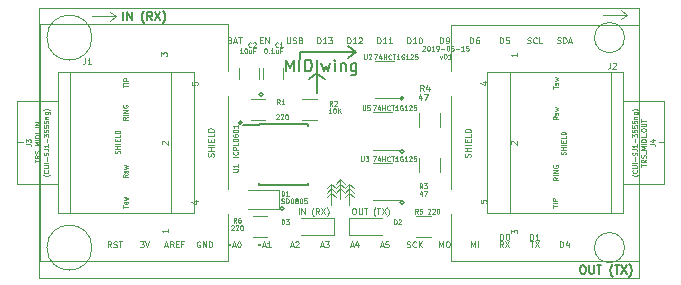
<source format=gto>
G04 #@! TF.GenerationSoftware,KiCad,Pcbnew,(5.0.0-rc2-dev-444-g2974a2c10)*
G04 #@! TF.CreationDate,2019-08-12T19:19:49-07:00*
G04 #@! TF.ProjectId,Classic MIDI FeatherWing,436C6173736963204D49444920466561,v01*
G04 #@! TF.SameCoordinates,Original*
G04 #@! TF.FileFunction,Legend,Top*
G04 #@! TF.FilePolarity,Positive*
%FSLAX46Y46*%
G04 Gerber Fmt 4.6, Leading zero omitted, Abs format (unit mm)*
G04 Created by KiCad (PCBNEW (5.0.0-rc2-dev-444-g2974a2c10)) date 08/12/19 19:19:49*
%MOMM*%
%LPD*%
G01*
G04 APERTURE LIST*
%ADD10C,0.100000*%
%ADD11C,0.200000*%
%ADD12C,0.150000*%
%ADD13C,0.080000*%
%ADD14C,0.120000*%
G04 APERTURE END LIST*
D10*
X175514000Y-95885000D02*
X175006000Y-95504000D01*
X175514000Y-95885000D02*
X175006000Y-96266000D01*
X173482000Y-95885000D02*
X175514000Y-95885000D01*
X132207000Y-96012000D02*
X131699000Y-96393000D01*
X132207000Y-96012000D02*
X131699000Y-95631000D01*
X130175000Y-96012000D02*
X132207000Y-96012000D01*
D11*
X149250400Y-100863400D02*
X149910800Y-101346000D01*
X149250400Y-100838000D02*
X148615400Y-101346000D01*
X149250400Y-100711000D02*
X149250400Y-102489000D01*
X156583684Y-102946000D02*
G75*
G03X156583684Y-102946000I-143684J0D01*
G01*
X156607684Y-107442000D02*
G75*
G03X156607684Y-107442000I-143684J0D01*
G01*
X156607684Y-111760000D02*
G75*
G03X156607684Y-111760000I-143684J0D01*
G01*
X146447684Y-112268000D02*
G75*
G03X146447684Y-112268000I-143684J0D01*
G01*
X142891684Y-105012316D02*
G75*
G03X142891684Y-105012316I-143684J0D01*
G01*
X144669684Y-102616000D02*
G75*
G03X144669684Y-102616000I-143684J0D01*
G01*
D12*
X171702666Y-117091666D02*
X171836000Y-117091666D01*
X171902666Y-117125000D01*
X171969333Y-117191666D01*
X172002666Y-117325000D01*
X172002666Y-117558333D01*
X171969333Y-117691666D01*
X171902666Y-117758333D01*
X171836000Y-117791666D01*
X171702666Y-117791666D01*
X171636000Y-117758333D01*
X171569333Y-117691666D01*
X171536000Y-117558333D01*
X171536000Y-117325000D01*
X171569333Y-117191666D01*
X171636000Y-117125000D01*
X171702666Y-117091666D01*
X172302666Y-117091666D02*
X172302666Y-117658333D01*
X172336000Y-117725000D01*
X172369333Y-117758333D01*
X172436000Y-117791666D01*
X172569333Y-117791666D01*
X172636000Y-117758333D01*
X172669333Y-117725000D01*
X172702666Y-117658333D01*
X172702666Y-117091666D01*
X172936000Y-117091666D02*
X173336000Y-117091666D01*
X173136000Y-117791666D02*
X173136000Y-117091666D01*
X174302666Y-118058333D02*
X174269333Y-118025000D01*
X174202666Y-117925000D01*
X174169333Y-117858333D01*
X174136000Y-117758333D01*
X174102666Y-117591666D01*
X174102666Y-117458333D01*
X174136000Y-117291666D01*
X174169333Y-117191666D01*
X174202666Y-117125000D01*
X174269333Y-117025000D01*
X174302666Y-116991666D01*
X174469333Y-117091666D02*
X174869333Y-117091666D01*
X174669333Y-117791666D02*
X174669333Y-117091666D01*
X175036000Y-117091666D02*
X175502666Y-117791666D01*
X175502666Y-117091666D02*
X175036000Y-117791666D01*
X175702666Y-118058333D02*
X175736000Y-118025000D01*
X175802666Y-117925000D01*
X175836000Y-117858333D01*
X175869333Y-117758333D01*
X175902666Y-117591666D01*
X175902666Y-117458333D01*
X175869333Y-117291666D01*
X175836000Y-117191666D01*
X175802666Y-117125000D01*
X175736000Y-117025000D01*
X175702666Y-116991666D01*
X132836666Y-96328666D02*
X132836666Y-95628666D01*
X133170000Y-96328666D02*
X133170000Y-95628666D01*
X133570000Y-96328666D01*
X133570000Y-95628666D01*
X134636666Y-96595333D02*
X134603333Y-96562000D01*
X134536666Y-96462000D01*
X134503333Y-96395333D01*
X134470000Y-96295333D01*
X134436666Y-96128666D01*
X134436666Y-95995333D01*
X134470000Y-95828666D01*
X134503333Y-95728666D01*
X134536666Y-95662000D01*
X134603333Y-95562000D01*
X134636666Y-95528666D01*
X135303333Y-96328666D02*
X135070000Y-95995333D01*
X134903333Y-96328666D02*
X134903333Y-95628666D01*
X135170000Y-95628666D01*
X135236666Y-95662000D01*
X135270000Y-95695333D01*
X135303333Y-95762000D01*
X135303333Y-95862000D01*
X135270000Y-95928666D01*
X135236666Y-95962000D01*
X135170000Y-95995333D01*
X134903333Y-95995333D01*
X135536666Y-95628666D02*
X136003333Y-96328666D01*
X136003333Y-95628666D02*
X135536666Y-96328666D01*
X136203333Y-96595333D02*
X136236666Y-96562000D01*
X136303333Y-96462000D01*
X136336666Y-96395333D01*
X136370000Y-96295333D01*
X136403333Y-96128666D01*
X136403333Y-95995333D01*
X136370000Y-95828666D01*
X136336666Y-95728666D01*
X136303333Y-95662000D01*
X136236666Y-95562000D01*
X136203333Y-95528666D01*
D11*
X147777200Y-99644200D02*
X147777200Y-99060000D01*
X152527000Y-99060000D02*
X151892000Y-99568000D01*
X152527000Y-99060000D02*
X151892000Y-98552000D01*
X147777200Y-99060000D02*
X152527000Y-99060000D01*
D10*
X152344619Y-112248190D02*
X152439857Y-112248190D01*
X152487476Y-112272000D01*
X152535095Y-112319619D01*
X152558904Y-112414857D01*
X152558904Y-112581523D01*
X152535095Y-112676761D01*
X152487476Y-112724380D01*
X152439857Y-112748190D01*
X152344619Y-112748190D01*
X152297000Y-112724380D01*
X152249380Y-112676761D01*
X152225571Y-112581523D01*
X152225571Y-112414857D01*
X152249380Y-112319619D01*
X152297000Y-112272000D01*
X152344619Y-112248190D01*
X152773190Y-112248190D02*
X152773190Y-112652952D01*
X152797000Y-112700571D01*
X152820809Y-112724380D01*
X152868428Y-112748190D01*
X152963666Y-112748190D01*
X153011285Y-112724380D01*
X153035095Y-112700571D01*
X153058904Y-112652952D01*
X153058904Y-112248190D01*
X153225571Y-112248190D02*
X153511285Y-112248190D01*
X153368428Y-112748190D02*
X153368428Y-112248190D01*
X154201761Y-112938666D02*
X154177952Y-112914857D01*
X154130333Y-112843428D01*
X154106523Y-112795809D01*
X154082714Y-112724380D01*
X154058904Y-112605333D01*
X154058904Y-112510095D01*
X154082714Y-112391047D01*
X154106523Y-112319619D01*
X154130333Y-112272000D01*
X154177952Y-112200571D01*
X154201761Y-112176761D01*
X154320809Y-112248190D02*
X154606523Y-112248190D01*
X154463666Y-112748190D02*
X154463666Y-112248190D01*
X154725571Y-112248190D02*
X155058904Y-112748190D01*
X155058904Y-112248190D02*
X154725571Y-112748190D01*
X155201761Y-112938666D02*
X155225571Y-112914857D01*
X155273190Y-112843428D01*
X155297000Y-112795809D01*
X155320809Y-112724380D01*
X155344619Y-112605333D01*
X155344619Y-112510095D01*
X155320809Y-112391047D01*
X155297000Y-112319619D01*
X155273190Y-112272000D01*
X155225571Y-112200571D01*
X155201761Y-112176761D01*
X147697190Y-112748190D02*
X147697190Y-112248190D01*
X147935285Y-112748190D02*
X147935285Y-112248190D01*
X148221000Y-112748190D01*
X148221000Y-112248190D01*
X148982904Y-112938666D02*
X148959095Y-112914857D01*
X148911476Y-112843428D01*
X148887666Y-112795809D01*
X148863857Y-112724380D01*
X148840047Y-112605333D01*
X148840047Y-112510095D01*
X148863857Y-112391047D01*
X148887666Y-112319619D01*
X148911476Y-112272000D01*
X148959095Y-112200571D01*
X148982904Y-112176761D01*
X149459095Y-112748190D02*
X149292428Y-112510095D01*
X149173380Y-112748190D02*
X149173380Y-112248190D01*
X149363857Y-112248190D01*
X149411476Y-112272000D01*
X149435285Y-112295809D01*
X149459095Y-112343428D01*
X149459095Y-112414857D01*
X149435285Y-112462476D01*
X149411476Y-112486285D01*
X149363857Y-112510095D01*
X149173380Y-112510095D01*
X149625761Y-112248190D02*
X149959095Y-112748190D01*
X149959095Y-112248190D02*
X149625761Y-112748190D01*
X150101952Y-112938666D02*
X150125761Y-112914857D01*
X150173380Y-112843428D01*
X150197190Y-112795809D01*
X150221000Y-112724380D01*
X150244809Y-112605333D01*
X150244809Y-112510095D01*
X150221000Y-112391047D01*
X150197190Y-112319619D01*
X150173380Y-112272000D01*
X150125761Y-112200571D01*
X150101952Y-112176761D01*
X151967000Y-111939000D02*
X151967000Y-110288000D01*
X151586000Y-110923000D02*
X151967000Y-110542000D01*
X151967000Y-110161000D02*
X152348000Y-110542000D01*
X151967000Y-110542000D02*
X152348000Y-110923000D01*
X151967000Y-110923000D02*
X152348000Y-111304000D01*
X151586000Y-111304000D02*
X151967000Y-110923000D01*
X151586000Y-110542000D02*
X151967000Y-110161000D01*
X150824000Y-110542000D02*
X151205000Y-110161000D01*
X151205000Y-111431000D02*
X151205000Y-109780000D01*
X151205000Y-110161000D02*
X151586000Y-110542000D01*
X151205000Y-110542000D02*
X151586000Y-110923000D01*
X151205000Y-109780000D02*
X151586000Y-110161000D01*
X150824000Y-110923000D02*
X151205000Y-110542000D01*
X150824000Y-110161000D02*
X151205000Y-109780000D01*
X150443000Y-110923000D02*
X150824000Y-111304000D01*
X150443000Y-110542000D02*
X150824000Y-110923000D01*
X150443000Y-110161000D02*
X150824000Y-110542000D01*
X150062000Y-111304000D02*
X150443000Y-110923000D01*
X150062000Y-110923000D02*
X150443000Y-110542000D01*
X150062000Y-110542000D02*
X150443000Y-110161000D01*
X150443000Y-111939000D02*
X150443000Y-110288000D01*
D13*
X158204142Y-98539047D02*
X158223190Y-98520000D01*
X158261285Y-98500952D01*
X158356523Y-98500952D01*
X158394619Y-98520000D01*
X158413666Y-98539047D01*
X158432714Y-98577142D01*
X158432714Y-98615238D01*
X158413666Y-98672380D01*
X158185095Y-98900952D01*
X158432714Y-98900952D01*
X158680333Y-98500952D02*
X158718428Y-98500952D01*
X158756523Y-98520000D01*
X158775571Y-98539047D01*
X158794619Y-98577142D01*
X158813666Y-98653333D01*
X158813666Y-98748571D01*
X158794619Y-98824761D01*
X158775571Y-98862857D01*
X158756523Y-98881904D01*
X158718428Y-98900952D01*
X158680333Y-98900952D01*
X158642238Y-98881904D01*
X158623190Y-98862857D01*
X158604142Y-98824761D01*
X158585095Y-98748571D01*
X158585095Y-98653333D01*
X158604142Y-98577142D01*
X158623190Y-98539047D01*
X158642238Y-98520000D01*
X158680333Y-98500952D01*
X159194619Y-98900952D02*
X158966047Y-98900952D01*
X159080333Y-98900952D02*
X159080333Y-98500952D01*
X159042238Y-98558095D01*
X159004142Y-98596190D01*
X158966047Y-98615238D01*
X159385095Y-98900952D02*
X159461285Y-98900952D01*
X159499380Y-98881904D01*
X159518428Y-98862857D01*
X159556523Y-98805714D01*
X159575571Y-98729523D01*
X159575571Y-98577142D01*
X159556523Y-98539047D01*
X159537476Y-98520000D01*
X159499380Y-98500952D01*
X159423190Y-98500952D01*
X159385095Y-98520000D01*
X159366047Y-98539047D01*
X159347000Y-98577142D01*
X159347000Y-98672380D01*
X159366047Y-98710476D01*
X159385095Y-98729523D01*
X159423190Y-98748571D01*
X159499380Y-98748571D01*
X159537476Y-98729523D01*
X159556523Y-98710476D01*
X159575571Y-98672380D01*
X159747000Y-98748571D02*
X160051761Y-98748571D01*
X160318428Y-98500952D02*
X160356523Y-98500952D01*
X160394619Y-98520000D01*
X160413666Y-98539047D01*
X160432714Y-98577142D01*
X160451761Y-98653333D01*
X160451761Y-98748571D01*
X160432714Y-98824761D01*
X160413666Y-98862857D01*
X160394619Y-98881904D01*
X160356523Y-98900952D01*
X160318428Y-98900952D01*
X160280333Y-98881904D01*
X160261285Y-98862857D01*
X160242238Y-98824761D01*
X160223190Y-98748571D01*
X160223190Y-98653333D01*
X160242238Y-98577142D01*
X160261285Y-98539047D01*
X160280333Y-98520000D01*
X160318428Y-98500952D01*
X160794619Y-98500952D02*
X160718428Y-98500952D01*
X160680333Y-98520000D01*
X160661285Y-98539047D01*
X160623190Y-98596190D01*
X160604142Y-98672380D01*
X160604142Y-98824761D01*
X160623190Y-98862857D01*
X160642238Y-98881904D01*
X160680333Y-98900952D01*
X160756523Y-98900952D01*
X160794619Y-98881904D01*
X160813666Y-98862857D01*
X160832714Y-98824761D01*
X160832714Y-98729523D01*
X160813666Y-98691428D01*
X160794619Y-98672380D01*
X160756523Y-98653333D01*
X160680333Y-98653333D01*
X160642238Y-98672380D01*
X160623190Y-98691428D01*
X160604142Y-98729523D01*
X161004142Y-98748571D02*
X161308904Y-98748571D01*
X161708904Y-98900952D02*
X161480333Y-98900952D01*
X161594619Y-98900952D02*
X161594619Y-98500952D01*
X161556523Y-98558095D01*
X161518428Y-98596190D01*
X161480333Y-98615238D01*
X162070809Y-98500952D02*
X161880333Y-98500952D01*
X161861285Y-98691428D01*
X161880333Y-98672380D01*
X161918428Y-98653333D01*
X162013666Y-98653333D01*
X162051761Y-98672380D01*
X162070809Y-98691428D01*
X162089857Y-98729523D01*
X162089857Y-98824761D01*
X162070809Y-98862857D01*
X162051761Y-98881904D01*
X162013666Y-98900952D01*
X161918428Y-98900952D01*
X161880333Y-98881904D01*
X161861285Y-98862857D01*
X159670809Y-99314285D02*
X159766047Y-99580952D01*
X159861285Y-99314285D01*
X160089857Y-99180952D02*
X160127952Y-99180952D01*
X160166047Y-99200000D01*
X160185095Y-99219047D01*
X160204142Y-99257142D01*
X160223190Y-99333333D01*
X160223190Y-99428571D01*
X160204142Y-99504761D01*
X160185095Y-99542857D01*
X160166047Y-99561904D01*
X160127952Y-99580952D01*
X160089857Y-99580952D01*
X160051761Y-99561904D01*
X160032714Y-99542857D01*
X160013666Y-99504761D01*
X159994619Y-99428571D01*
X159994619Y-99333333D01*
X160013666Y-99257142D01*
X160032714Y-99219047D01*
X160051761Y-99200000D01*
X160089857Y-99180952D01*
X160604142Y-99580952D02*
X160375571Y-99580952D01*
X160489857Y-99580952D02*
X160489857Y-99180952D01*
X160451761Y-99238095D01*
X160413666Y-99276190D01*
X160375571Y-99295238D01*
D11*
X146629809Y-100655380D02*
X146629809Y-99655380D01*
X146963142Y-100369666D01*
X147296476Y-99655380D01*
X147296476Y-100655380D01*
X147772666Y-100655380D02*
X147772666Y-99655380D01*
X148248857Y-100655380D02*
X148248857Y-99655380D01*
X148486952Y-99655380D01*
X148629809Y-99703000D01*
X148725047Y-99798238D01*
X148772666Y-99893476D01*
X148820285Y-100083952D01*
X148820285Y-100226809D01*
X148772666Y-100417285D01*
X148725047Y-100512523D01*
X148629809Y-100607761D01*
X148486952Y-100655380D01*
X148248857Y-100655380D01*
X149248857Y-100655380D02*
X149248857Y-99655380D01*
X149629809Y-99988714D02*
X149820285Y-100655380D01*
X150010761Y-100179190D01*
X150201238Y-100655380D01*
X150391714Y-99988714D01*
X150772666Y-100655380D02*
X150772666Y-99988714D01*
X150772666Y-99655380D02*
X150725047Y-99703000D01*
X150772666Y-99750619D01*
X150820285Y-99703000D01*
X150772666Y-99655380D01*
X150772666Y-99750619D01*
X151248857Y-99988714D02*
X151248857Y-100655380D01*
X151248857Y-100083952D02*
X151296476Y-100036333D01*
X151391714Y-99988714D01*
X151534571Y-99988714D01*
X151629809Y-100036333D01*
X151677428Y-100131571D01*
X151677428Y-100655380D01*
X152582190Y-99988714D02*
X152582190Y-100798238D01*
X152534571Y-100893476D01*
X152486952Y-100941095D01*
X152391714Y-100988714D01*
X152248857Y-100988714D01*
X152153619Y-100941095D01*
X152582190Y-100607761D02*
X152486952Y-100655380D01*
X152296476Y-100655380D01*
X152201238Y-100607761D01*
X152153619Y-100560142D01*
X152106000Y-100464904D01*
X152106000Y-100179190D01*
X152153619Y-100083952D01*
X152201238Y-100036333D01*
X152296476Y-99988714D01*
X152486952Y-99988714D01*
X152582190Y-100036333D01*
D10*
X127342000Y-112680000D02*
X127342000Y-100680000D01*
X127342000Y-100680000D02*
X138842000Y-100680000D01*
X138842000Y-100680000D02*
X138842000Y-112680000D01*
X123842000Y-110180000D02*
X127342000Y-110180000D01*
X123842000Y-110180000D02*
X123842000Y-103180000D01*
X128342000Y-112680000D02*
X128342000Y-100680000D01*
X124342000Y-106680000D02*
X123842000Y-106680000D01*
X136892000Y-100680000D02*
X136892000Y-112680000D01*
X123842000Y-103180000D02*
X127342000Y-103180000D01*
X127342000Y-112680000D02*
X138842000Y-112680000D01*
X175172000Y-100680000D02*
X175172000Y-112680000D01*
X175172000Y-112680000D02*
X163672000Y-112680000D01*
X163672000Y-112680000D02*
X163672000Y-100680000D01*
X178672000Y-103180000D02*
X175172000Y-103180000D01*
X178672000Y-103180000D02*
X178672000Y-110180000D01*
X174172000Y-100680000D02*
X174172000Y-112680000D01*
X178172000Y-106680000D02*
X178672000Y-106680000D01*
X165622000Y-112680000D02*
X165622000Y-100680000D01*
X178672000Y-110180000D02*
X175172000Y-110180000D01*
X175172000Y-100680000D02*
X163672000Y-100680000D01*
D14*
X160593253Y-116697642D02*
X160593253Y-112737642D01*
X160593253Y-116697642D02*
X176523253Y-116697642D01*
X176523253Y-116697642D02*
X176523253Y-96697642D01*
X160593253Y-96697642D02*
X176523253Y-96697642D01*
X160593253Y-110637642D02*
X160593253Y-102767642D01*
X160593253Y-100657642D02*
X160593253Y-96697642D01*
X141719253Y-96683642D02*
X141719253Y-100643642D01*
X141719253Y-96683642D02*
X125789253Y-96683642D01*
X125789253Y-96683642D02*
X125789253Y-116683642D01*
X141719253Y-116683642D02*
X125789253Y-116683642D01*
X141719253Y-102743642D02*
X141719253Y-110613642D01*
X141719253Y-112723642D02*
X141719253Y-116683642D01*
X146027253Y-112324643D02*
X146027253Y-110724643D01*
X146027253Y-110724643D02*
X143427253Y-110724643D01*
X146027253Y-112324643D02*
X143427253Y-112324643D01*
X150706253Y-114502642D02*
X150706253Y-113102642D01*
X150706253Y-113102642D02*
X147906253Y-113102642D01*
X150706253Y-114502642D02*
X147906253Y-114502642D01*
X151987253Y-113102642D02*
X151987253Y-114502642D01*
X151987253Y-114502642D02*
X154787253Y-114502642D01*
X151987253Y-113102642D02*
X154787253Y-113102642D01*
X144692000Y-100338000D02*
X144692000Y-101338000D01*
X146392000Y-101338000D02*
X146392000Y-100338000D01*
X142660000Y-100338000D02*
X142660000Y-101338000D01*
X144360000Y-101338000D02*
X144360000Y-100338000D01*
X143677253Y-102998643D02*
X144877253Y-102998643D01*
X144877253Y-104758643D02*
X143677253Y-104758643D01*
X149216253Y-104776642D02*
X148016253Y-104776642D01*
X148016253Y-103016642D02*
X149216253Y-103016642D01*
X159656253Y-107995642D02*
X159656253Y-109195642D01*
X157896253Y-109195642D02*
X157896253Y-107995642D01*
X159656253Y-104185642D02*
X159656253Y-105385642D01*
X157896253Y-105385642D02*
X157896253Y-104185642D01*
X158868253Y-114682642D02*
X157668253Y-114682642D01*
X157668253Y-112922642D02*
X158868253Y-112922642D01*
X143825253Y-112922642D02*
X145025253Y-112922642D01*
X145025253Y-114682642D02*
X143825253Y-114682642D01*
D12*
X144382253Y-105194143D02*
X142982253Y-105194143D01*
X144382253Y-110294143D02*
X148532253Y-110294143D01*
X144382253Y-105144143D02*
X148532253Y-105144143D01*
X144382253Y-110294143D02*
X144382253Y-110149143D01*
X148532253Y-110294143D02*
X148532253Y-110149143D01*
X148532253Y-105144143D02*
X148532253Y-105289143D01*
X144382253Y-105144143D02*
X144382253Y-105194143D01*
D14*
X154140000Y-102946000D02*
X156440000Y-102946000D01*
X155740000Y-99746000D02*
X154140000Y-99746000D01*
X154013000Y-111582000D02*
X156313000Y-111582000D01*
X155613000Y-108382000D02*
X154013000Y-108382000D01*
X155639253Y-104138142D02*
X154039253Y-104138142D01*
X154039253Y-107338142D02*
X156339253Y-107338142D01*
D10*
X125756253Y-95260642D02*
X176556253Y-95260642D01*
X176556253Y-95260642D02*
X176556253Y-118120642D01*
X176556253Y-118120642D02*
X125756253Y-118120642D01*
X125756253Y-118120642D02*
X125756253Y-95260642D01*
X175286253Y-97800642D02*
G75*
G03X175286253Y-97800642I-1270000J0D01*
G01*
X175286253Y-115580642D02*
G75*
G03X175286253Y-115580642I-1270000J0D01*
G01*
X130201253Y-115580642D02*
G75*
G03X130201253Y-115580642I-1905000J0D01*
G01*
X130201253Y-97800642D02*
G75*
G03X130201253Y-97800642I-1905000J0D01*
G01*
D13*
X124622952Y-106813333D02*
X124908666Y-106813333D01*
X124965809Y-106832380D01*
X125003904Y-106870476D01*
X125022952Y-106927619D01*
X125022952Y-106965714D01*
X124622952Y-106660952D02*
X124622952Y-106413333D01*
X124775333Y-106546666D01*
X124775333Y-106489523D01*
X124794380Y-106451428D01*
X124813428Y-106432380D01*
X124851523Y-106413333D01*
X124946761Y-106413333D01*
X124984857Y-106432380D01*
X125003904Y-106451428D01*
X125022952Y-106489523D01*
X125022952Y-106603809D01*
X125003904Y-106641904D01*
X124984857Y-106660952D01*
X125372952Y-108363333D02*
X125372952Y-108134761D01*
X125772952Y-108249047D02*
X125372952Y-108249047D01*
X125772952Y-107772857D02*
X125582476Y-107906190D01*
X125772952Y-108001428D02*
X125372952Y-108001428D01*
X125372952Y-107849047D01*
X125392000Y-107810952D01*
X125411047Y-107791904D01*
X125449142Y-107772857D01*
X125506285Y-107772857D01*
X125544380Y-107791904D01*
X125563428Y-107810952D01*
X125582476Y-107849047D01*
X125582476Y-108001428D01*
X125753904Y-107620476D02*
X125772952Y-107563333D01*
X125772952Y-107468095D01*
X125753904Y-107430000D01*
X125734857Y-107410952D01*
X125696761Y-107391904D01*
X125658666Y-107391904D01*
X125620571Y-107410952D01*
X125601523Y-107430000D01*
X125582476Y-107468095D01*
X125563428Y-107544285D01*
X125544380Y-107582380D01*
X125525333Y-107601428D01*
X125487238Y-107620476D01*
X125449142Y-107620476D01*
X125411047Y-107601428D01*
X125392000Y-107582380D01*
X125372952Y-107544285D01*
X125372952Y-107449047D01*
X125392000Y-107391904D01*
X125811047Y-107315714D02*
X125811047Y-107010952D01*
X125772952Y-106915714D02*
X125372952Y-106915714D01*
X125658666Y-106782380D01*
X125372952Y-106649047D01*
X125772952Y-106649047D01*
X125772952Y-106458571D02*
X125372952Y-106458571D01*
X125772952Y-106268095D02*
X125372952Y-106268095D01*
X125372952Y-106172857D01*
X125392000Y-106115714D01*
X125430095Y-106077619D01*
X125468190Y-106058571D01*
X125544380Y-106039523D01*
X125601523Y-106039523D01*
X125677714Y-106058571D01*
X125715809Y-106077619D01*
X125753904Y-106115714D01*
X125772952Y-106172857D01*
X125772952Y-106268095D01*
X125772952Y-105868095D02*
X125372952Y-105868095D01*
X125811047Y-105772857D02*
X125811047Y-105468095D01*
X125772952Y-105372857D02*
X125372952Y-105372857D01*
X125772952Y-105182380D02*
X125372952Y-105182380D01*
X125772952Y-104953809D01*
X125372952Y-104953809D01*
X132553904Y-107591904D02*
X132572952Y-107534761D01*
X132572952Y-107439523D01*
X132553904Y-107401428D01*
X132534857Y-107382380D01*
X132496761Y-107363333D01*
X132458666Y-107363333D01*
X132420571Y-107382380D01*
X132401523Y-107401428D01*
X132382476Y-107439523D01*
X132363428Y-107515714D01*
X132344380Y-107553809D01*
X132325333Y-107572857D01*
X132287238Y-107591904D01*
X132249142Y-107591904D01*
X132211047Y-107572857D01*
X132192000Y-107553809D01*
X132172952Y-107515714D01*
X132172952Y-107420476D01*
X132192000Y-107363333D01*
X132572952Y-107191904D02*
X132172952Y-107191904D01*
X132363428Y-107191904D02*
X132363428Y-106963333D01*
X132572952Y-106963333D02*
X132172952Y-106963333D01*
X132572952Y-106772857D02*
X132172952Y-106772857D01*
X132363428Y-106582380D02*
X132363428Y-106449047D01*
X132572952Y-106391904D02*
X132572952Y-106582380D01*
X132172952Y-106582380D01*
X132172952Y-106391904D01*
X132572952Y-106030000D02*
X132572952Y-106220476D01*
X132172952Y-106220476D01*
X132572952Y-105896666D02*
X132172952Y-105896666D01*
X132172952Y-105801428D01*
X132192000Y-105744285D01*
X132230095Y-105706190D01*
X132268190Y-105687142D01*
X132344380Y-105668095D01*
X132401523Y-105668095D01*
X132477714Y-105687142D01*
X132515809Y-105706190D01*
X132553904Y-105744285D01*
X132572952Y-105801428D01*
X132572952Y-105896666D01*
X132872952Y-101989523D02*
X132872952Y-101760952D01*
X133272952Y-101875238D02*
X132872952Y-101875238D01*
X133272952Y-101627619D02*
X132872952Y-101627619D01*
X133272952Y-101437142D02*
X132872952Y-101437142D01*
X132872952Y-101284761D01*
X132892000Y-101246666D01*
X132911047Y-101227619D01*
X132949142Y-101208571D01*
X133006285Y-101208571D01*
X133044380Y-101227619D01*
X133063428Y-101246666D01*
X133082476Y-101284761D01*
X133082476Y-101437142D01*
X133222952Y-104510952D02*
X133032476Y-104644285D01*
X133222952Y-104739523D02*
X132822952Y-104739523D01*
X132822952Y-104587142D01*
X132842000Y-104549047D01*
X132861047Y-104530000D01*
X132899142Y-104510952D01*
X132956285Y-104510952D01*
X132994380Y-104530000D01*
X133013428Y-104549047D01*
X133032476Y-104587142D01*
X133032476Y-104739523D01*
X133222952Y-104339523D02*
X132822952Y-104339523D01*
X133222952Y-104149047D02*
X132822952Y-104149047D01*
X133222952Y-103920476D01*
X132822952Y-103920476D01*
X132842000Y-103520476D02*
X132822952Y-103558571D01*
X132822952Y-103615714D01*
X132842000Y-103672857D01*
X132880095Y-103710952D01*
X132918190Y-103730000D01*
X132994380Y-103749047D01*
X133051523Y-103749047D01*
X133127714Y-103730000D01*
X133165809Y-103710952D01*
X133203904Y-103672857D01*
X133222952Y-103615714D01*
X133222952Y-103577619D01*
X133203904Y-103520476D01*
X133184857Y-103501428D01*
X133051523Y-103501428D01*
X133051523Y-103577619D01*
X133222952Y-109377619D02*
X133032476Y-109510952D01*
X133222952Y-109606190D02*
X132822952Y-109606190D01*
X132822952Y-109453809D01*
X132842000Y-109415714D01*
X132861047Y-109396666D01*
X132899142Y-109377619D01*
X132956285Y-109377619D01*
X132994380Y-109396666D01*
X133013428Y-109415714D01*
X133032476Y-109453809D01*
X133032476Y-109606190D01*
X133203904Y-109225238D02*
X133222952Y-109187142D01*
X133222952Y-109110952D01*
X133203904Y-109072857D01*
X133165809Y-109053809D01*
X133146761Y-109053809D01*
X133108666Y-109072857D01*
X133089619Y-109110952D01*
X133089619Y-109168095D01*
X133070571Y-109206190D01*
X133032476Y-109225238D01*
X133013428Y-109225238D01*
X132975333Y-109206190D01*
X132956285Y-109168095D01*
X132956285Y-109110952D01*
X132975333Y-109072857D01*
X132956285Y-108920476D02*
X133222952Y-108844285D01*
X133032476Y-108768095D01*
X133222952Y-108691904D01*
X132956285Y-108615714D01*
X132822952Y-112215714D02*
X132822952Y-111987142D01*
X133222952Y-112101428D02*
X132822952Y-112101428D01*
X133203904Y-111872857D02*
X133222952Y-111834761D01*
X133222952Y-111758571D01*
X133203904Y-111720476D01*
X133165809Y-111701428D01*
X133146761Y-111701428D01*
X133108666Y-111720476D01*
X133089619Y-111758571D01*
X133089619Y-111815714D01*
X133070571Y-111853809D01*
X133032476Y-111872857D01*
X133013428Y-111872857D01*
X132975333Y-111853809D01*
X132956285Y-111815714D01*
X132956285Y-111758571D01*
X132975333Y-111720476D01*
X132956285Y-111568095D02*
X133222952Y-111491904D01*
X133032476Y-111415714D01*
X133222952Y-111339523D01*
X132956285Y-111263333D01*
X126675333Y-109394285D02*
X126656285Y-109413333D01*
X126599142Y-109451428D01*
X126561047Y-109470476D01*
X126503904Y-109489523D01*
X126408666Y-109508571D01*
X126332476Y-109508571D01*
X126237238Y-109489523D01*
X126180095Y-109470476D01*
X126142000Y-109451428D01*
X126084857Y-109413333D01*
X126065809Y-109394285D01*
X126484857Y-109013333D02*
X126503904Y-109032380D01*
X126522952Y-109089523D01*
X126522952Y-109127619D01*
X126503904Y-109184761D01*
X126465809Y-109222857D01*
X126427714Y-109241904D01*
X126351523Y-109260952D01*
X126294380Y-109260952D01*
X126218190Y-109241904D01*
X126180095Y-109222857D01*
X126142000Y-109184761D01*
X126122952Y-109127619D01*
X126122952Y-109089523D01*
X126142000Y-109032380D01*
X126161047Y-109013333D01*
X126122952Y-108841904D02*
X126446761Y-108841904D01*
X126484857Y-108822857D01*
X126503904Y-108803809D01*
X126522952Y-108765714D01*
X126522952Y-108689523D01*
X126503904Y-108651428D01*
X126484857Y-108632380D01*
X126446761Y-108613333D01*
X126122952Y-108613333D01*
X126522952Y-108422857D02*
X126122952Y-108422857D01*
X126370571Y-108232380D02*
X126370571Y-107927619D01*
X126503904Y-107756190D02*
X126522952Y-107699047D01*
X126522952Y-107603809D01*
X126503904Y-107565714D01*
X126484857Y-107546666D01*
X126446761Y-107527619D01*
X126408666Y-107527619D01*
X126370571Y-107546666D01*
X126351523Y-107565714D01*
X126332476Y-107603809D01*
X126313428Y-107680000D01*
X126294380Y-107718095D01*
X126275333Y-107737142D01*
X126237238Y-107756190D01*
X126199142Y-107756190D01*
X126161047Y-107737142D01*
X126142000Y-107718095D01*
X126122952Y-107680000D01*
X126122952Y-107584761D01*
X126142000Y-107527619D01*
X126122952Y-107241904D02*
X126408666Y-107241904D01*
X126465809Y-107260952D01*
X126503904Y-107299047D01*
X126522952Y-107356190D01*
X126522952Y-107394285D01*
X126522952Y-106841904D02*
X126522952Y-107070476D01*
X126522952Y-106956190D02*
X126122952Y-106956190D01*
X126180095Y-106994285D01*
X126218190Y-107032380D01*
X126237238Y-107070476D01*
X126370571Y-106670476D02*
X126370571Y-106365714D01*
X126122952Y-106213333D02*
X126122952Y-105965714D01*
X126275333Y-106099047D01*
X126275333Y-106041904D01*
X126294380Y-106003809D01*
X126313428Y-105984761D01*
X126351523Y-105965714D01*
X126446761Y-105965714D01*
X126484857Y-105984761D01*
X126503904Y-106003809D01*
X126522952Y-106041904D01*
X126522952Y-106156190D01*
X126503904Y-106194285D01*
X126484857Y-106213333D01*
X126122952Y-105603809D02*
X126122952Y-105794285D01*
X126313428Y-105813333D01*
X126294380Y-105794285D01*
X126275333Y-105756190D01*
X126275333Y-105660952D01*
X126294380Y-105622857D01*
X126313428Y-105603809D01*
X126351523Y-105584761D01*
X126446761Y-105584761D01*
X126484857Y-105603809D01*
X126503904Y-105622857D01*
X126522952Y-105660952D01*
X126522952Y-105756190D01*
X126503904Y-105794285D01*
X126484857Y-105813333D01*
X126122952Y-105222857D02*
X126122952Y-105413333D01*
X126313428Y-105432380D01*
X126294380Y-105413333D01*
X126275333Y-105375238D01*
X126275333Y-105280000D01*
X126294380Y-105241904D01*
X126313428Y-105222857D01*
X126351523Y-105203809D01*
X126446761Y-105203809D01*
X126484857Y-105222857D01*
X126503904Y-105241904D01*
X126522952Y-105280000D01*
X126522952Y-105375238D01*
X126503904Y-105413333D01*
X126484857Y-105432380D01*
X126122952Y-104841904D02*
X126122952Y-105032380D01*
X126313428Y-105051428D01*
X126294380Y-105032380D01*
X126275333Y-104994285D01*
X126275333Y-104899047D01*
X126294380Y-104860952D01*
X126313428Y-104841904D01*
X126351523Y-104822857D01*
X126446761Y-104822857D01*
X126484857Y-104841904D01*
X126503904Y-104860952D01*
X126522952Y-104899047D01*
X126522952Y-104994285D01*
X126503904Y-105032380D01*
X126484857Y-105051428D01*
X126256285Y-104651428D02*
X126522952Y-104651428D01*
X126294380Y-104651428D02*
X126275333Y-104632380D01*
X126256285Y-104594285D01*
X126256285Y-104537142D01*
X126275333Y-104499047D01*
X126313428Y-104480000D01*
X126522952Y-104480000D01*
X126256285Y-104118095D02*
X126580095Y-104118095D01*
X126618190Y-104137142D01*
X126637238Y-104156190D01*
X126656285Y-104194285D01*
X126656285Y-104251428D01*
X126637238Y-104289523D01*
X126503904Y-104118095D02*
X126522952Y-104156190D01*
X126522952Y-104232380D01*
X126503904Y-104270476D01*
X126484857Y-104289523D01*
X126446761Y-104308571D01*
X126332476Y-104308571D01*
X126294380Y-104289523D01*
X126275333Y-104270476D01*
X126256285Y-104232380D01*
X126256285Y-104156190D01*
X126275333Y-104118095D01*
X126675333Y-103965714D02*
X126656285Y-103946666D01*
X126599142Y-103908571D01*
X126561047Y-103889523D01*
X126503904Y-103870476D01*
X126408666Y-103851428D01*
X126332476Y-103851428D01*
X126237238Y-103870476D01*
X126180095Y-103889523D01*
X126142000Y-103908571D01*
X126084857Y-103946666D01*
X126065809Y-103965714D01*
X177452952Y-106813333D02*
X177738666Y-106813333D01*
X177795809Y-106832380D01*
X177833904Y-106870476D01*
X177852952Y-106927619D01*
X177852952Y-106965714D01*
X177586285Y-106451428D02*
X177852952Y-106451428D01*
X177433904Y-106546666D02*
X177719619Y-106641904D01*
X177719619Y-106394285D01*
X176702952Y-108730000D02*
X176702952Y-108501428D01*
X177102952Y-108615714D02*
X176702952Y-108615714D01*
X177102952Y-108139523D02*
X176912476Y-108272857D01*
X177102952Y-108368095D02*
X176702952Y-108368095D01*
X176702952Y-108215714D01*
X176722000Y-108177619D01*
X176741047Y-108158571D01*
X176779142Y-108139523D01*
X176836285Y-108139523D01*
X176874380Y-108158571D01*
X176893428Y-108177619D01*
X176912476Y-108215714D01*
X176912476Y-108368095D01*
X177083904Y-107987142D02*
X177102952Y-107930000D01*
X177102952Y-107834761D01*
X177083904Y-107796666D01*
X177064857Y-107777619D01*
X177026761Y-107758571D01*
X176988666Y-107758571D01*
X176950571Y-107777619D01*
X176931523Y-107796666D01*
X176912476Y-107834761D01*
X176893428Y-107910952D01*
X176874380Y-107949047D01*
X176855333Y-107968095D01*
X176817238Y-107987142D01*
X176779142Y-107987142D01*
X176741047Y-107968095D01*
X176722000Y-107949047D01*
X176702952Y-107910952D01*
X176702952Y-107815714D01*
X176722000Y-107758571D01*
X177141047Y-107682380D02*
X177141047Y-107377619D01*
X177102952Y-107282380D02*
X176702952Y-107282380D01*
X176988666Y-107149047D01*
X176702952Y-107015714D01*
X177102952Y-107015714D01*
X177102952Y-106825238D02*
X176702952Y-106825238D01*
X177102952Y-106634761D02*
X176702952Y-106634761D01*
X176702952Y-106539523D01*
X176722000Y-106482380D01*
X176760095Y-106444285D01*
X176798190Y-106425238D01*
X176874380Y-106406190D01*
X176931523Y-106406190D01*
X177007714Y-106425238D01*
X177045809Y-106444285D01*
X177083904Y-106482380D01*
X177102952Y-106539523D01*
X177102952Y-106634761D01*
X177102952Y-106234761D02*
X176702952Y-106234761D01*
X177141047Y-106139523D02*
X177141047Y-105834761D01*
X176702952Y-105663333D02*
X176702952Y-105587142D01*
X176722000Y-105549047D01*
X176760095Y-105510952D01*
X176836285Y-105491904D01*
X176969619Y-105491904D01*
X177045809Y-105510952D01*
X177083904Y-105549047D01*
X177102952Y-105587142D01*
X177102952Y-105663333D01*
X177083904Y-105701428D01*
X177045809Y-105739523D01*
X176969619Y-105758571D01*
X176836285Y-105758571D01*
X176760095Y-105739523D01*
X176722000Y-105701428D01*
X176702952Y-105663333D01*
X176702952Y-105320476D02*
X177026761Y-105320476D01*
X177064857Y-105301428D01*
X177083904Y-105282380D01*
X177102952Y-105244285D01*
X177102952Y-105168095D01*
X177083904Y-105130000D01*
X177064857Y-105110952D01*
X177026761Y-105091904D01*
X176702952Y-105091904D01*
X176702952Y-104958571D02*
X176702952Y-104730000D01*
X177102952Y-104844285D02*
X176702952Y-104844285D01*
X170283904Y-107691904D02*
X170302952Y-107634761D01*
X170302952Y-107539523D01*
X170283904Y-107501428D01*
X170264857Y-107482380D01*
X170226761Y-107463333D01*
X170188666Y-107463333D01*
X170150571Y-107482380D01*
X170131523Y-107501428D01*
X170112476Y-107539523D01*
X170093428Y-107615714D01*
X170074380Y-107653809D01*
X170055333Y-107672857D01*
X170017238Y-107691904D01*
X169979142Y-107691904D01*
X169941047Y-107672857D01*
X169922000Y-107653809D01*
X169902952Y-107615714D01*
X169902952Y-107520476D01*
X169922000Y-107463333D01*
X170302952Y-107291904D02*
X169902952Y-107291904D01*
X170093428Y-107291904D02*
X170093428Y-107063333D01*
X170302952Y-107063333D02*
X169902952Y-107063333D01*
X170302952Y-106872857D02*
X169902952Y-106872857D01*
X170093428Y-106682380D02*
X170093428Y-106549047D01*
X170302952Y-106491904D02*
X170302952Y-106682380D01*
X169902952Y-106682380D01*
X169902952Y-106491904D01*
X170302952Y-106130000D02*
X170302952Y-106320476D01*
X169902952Y-106320476D01*
X170302952Y-105996666D02*
X169902952Y-105996666D01*
X169902952Y-105901428D01*
X169922000Y-105844285D01*
X169960095Y-105806190D01*
X169998190Y-105787142D01*
X170074380Y-105768095D01*
X170131523Y-105768095D01*
X170207714Y-105787142D01*
X170245809Y-105806190D01*
X170283904Y-105844285D01*
X170302952Y-105901428D01*
X170302952Y-105996666D01*
X169202952Y-112189523D02*
X169202952Y-111960952D01*
X169602952Y-112075238D02*
X169202952Y-112075238D01*
X169602952Y-111827619D02*
X169202952Y-111827619D01*
X169602952Y-111637142D02*
X169202952Y-111637142D01*
X169202952Y-111484761D01*
X169222000Y-111446666D01*
X169241047Y-111427619D01*
X169279142Y-111408571D01*
X169336285Y-111408571D01*
X169374380Y-111427619D01*
X169393428Y-111446666D01*
X169412476Y-111484761D01*
X169412476Y-111637142D01*
X169652952Y-109610952D02*
X169462476Y-109744285D01*
X169652952Y-109839523D02*
X169252952Y-109839523D01*
X169252952Y-109687142D01*
X169272000Y-109649047D01*
X169291047Y-109630000D01*
X169329142Y-109610952D01*
X169386285Y-109610952D01*
X169424380Y-109630000D01*
X169443428Y-109649047D01*
X169462476Y-109687142D01*
X169462476Y-109839523D01*
X169652952Y-109439523D02*
X169252952Y-109439523D01*
X169652952Y-109249047D02*
X169252952Y-109249047D01*
X169652952Y-109020476D01*
X169252952Y-109020476D01*
X169272000Y-108620476D02*
X169252952Y-108658571D01*
X169252952Y-108715714D01*
X169272000Y-108772857D01*
X169310095Y-108810952D01*
X169348190Y-108830000D01*
X169424380Y-108849047D01*
X169481523Y-108849047D01*
X169557714Y-108830000D01*
X169595809Y-108810952D01*
X169633904Y-108772857D01*
X169652952Y-108715714D01*
X169652952Y-108677619D01*
X169633904Y-108620476D01*
X169614857Y-108601428D01*
X169481523Y-108601428D01*
X169481523Y-108677619D01*
X169652952Y-104477619D02*
X169462476Y-104610952D01*
X169652952Y-104706190D02*
X169252952Y-104706190D01*
X169252952Y-104553809D01*
X169272000Y-104515714D01*
X169291047Y-104496666D01*
X169329142Y-104477619D01*
X169386285Y-104477619D01*
X169424380Y-104496666D01*
X169443428Y-104515714D01*
X169462476Y-104553809D01*
X169462476Y-104706190D01*
X169633904Y-104325238D02*
X169652952Y-104287142D01*
X169652952Y-104210952D01*
X169633904Y-104172857D01*
X169595809Y-104153809D01*
X169576761Y-104153809D01*
X169538666Y-104172857D01*
X169519619Y-104210952D01*
X169519619Y-104268095D01*
X169500571Y-104306190D01*
X169462476Y-104325238D01*
X169443428Y-104325238D01*
X169405333Y-104306190D01*
X169386285Y-104268095D01*
X169386285Y-104210952D01*
X169405333Y-104172857D01*
X169386285Y-104020476D02*
X169652952Y-103944285D01*
X169462476Y-103868095D01*
X169652952Y-103791904D01*
X169386285Y-103715714D01*
X169252952Y-102115714D02*
X169252952Y-101887142D01*
X169652952Y-102001428D02*
X169252952Y-102001428D01*
X169633904Y-101772857D02*
X169652952Y-101734761D01*
X169652952Y-101658571D01*
X169633904Y-101620476D01*
X169595809Y-101601428D01*
X169576761Y-101601428D01*
X169538666Y-101620476D01*
X169519619Y-101658571D01*
X169519619Y-101715714D01*
X169500571Y-101753809D01*
X169462476Y-101772857D01*
X169443428Y-101772857D01*
X169405333Y-101753809D01*
X169386285Y-101715714D01*
X169386285Y-101658571D01*
X169405333Y-101620476D01*
X169386285Y-101468095D02*
X169652952Y-101391904D01*
X169462476Y-101315714D01*
X169652952Y-101239523D01*
X169386285Y-101163333D01*
X176505333Y-109394285D02*
X176486285Y-109413333D01*
X176429142Y-109451428D01*
X176391047Y-109470476D01*
X176333904Y-109489523D01*
X176238666Y-109508571D01*
X176162476Y-109508571D01*
X176067238Y-109489523D01*
X176010095Y-109470476D01*
X175972000Y-109451428D01*
X175914857Y-109413333D01*
X175895809Y-109394285D01*
X176314857Y-109013333D02*
X176333904Y-109032380D01*
X176352952Y-109089523D01*
X176352952Y-109127619D01*
X176333904Y-109184761D01*
X176295809Y-109222857D01*
X176257714Y-109241904D01*
X176181523Y-109260952D01*
X176124380Y-109260952D01*
X176048190Y-109241904D01*
X176010095Y-109222857D01*
X175972000Y-109184761D01*
X175952952Y-109127619D01*
X175952952Y-109089523D01*
X175972000Y-109032380D01*
X175991047Y-109013333D01*
X175952952Y-108841904D02*
X176276761Y-108841904D01*
X176314857Y-108822857D01*
X176333904Y-108803809D01*
X176352952Y-108765714D01*
X176352952Y-108689523D01*
X176333904Y-108651428D01*
X176314857Y-108632380D01*
X176276761Y-108613333D01*
X175952952Y-108613333D01*
X176352952Y-108422857D02*
X175952952Y-108422857D01*
X176200571Y-108232380D02*
X176200571Y-107927619D01*
X176333904Y-107756190D02*
X176352952Y-107699047D01*
X176352952Y-107603809D01*
X176333904Y-107565714D01*
X176314857Y-107546666D01*
X176276761Y-107527619D01*
X176238666Y-107527619D01*
X176200571Y-107546666D01*
X176181523Y-107565714D01*
X176162476Y-107603809D01*
X176143428Y-107680000D01*
X176124380Y-107718095D01*
X176105333Y-107737142D01*
X176067238Y-107756190D01*
X176029142Y-107756190D01*
X175991047Y-107737142D01*
X175972000Y-107718095D01*
X175952952Y-107680000D01*
X175952952Y-107584761D01*
X175972000Y-107527619D01*
X175952952Y-107241904D02*
X176238666Y-107241904D01*
X176295809Y-107260952D01*
X176333904Y-107299047D01*
X176352952Y-107356190D01*
X176352952Y-107394285D01*
X176352952Y-106841904D02*
X176352952Y-107070476D01*
X176352952Y-106956190D02*
X175952952Y-106956190D01*
X176010095Y-106994285D01*
X176048190Y-107032380D01*
X176067238Y-107070476D01*
X176200571Y-106670476D02*
X176200571Y-106365714D01*
X175952952Y-106213333D02*
X175952952Y-105965714D01*
X176105333Y-106099047D01*
X176105333Y-106041904D01*
X176124380Y-106003809D01*
X176143428Y-105984761D01*
X176181523Y-105965714D01*
X176276761Y-105965714D01*
X176314857Y-105984761D01*
X176333904Y-106003809D01*
X176352952Y-106041904D01*
X176352952Y-106156190D01*
X176333904Y-106194285D01*
X176314857Y-106213333D01*
X175952952Y-105603809D02*
X175952952Y-105794285D01*
X176143428Y-105813333D01*
X176124380Y-105794285D01*
X176105333Y-105756190D01*
X176105333Y-105660952D01*
X176124380Y-105622857D01*
X176143428Y-105603809D01*
X176181523Y-105584761D01*
X176276761Y-105584761D01*
X176314857Y-105603809D01*
X176333904Y-105622857D01*
X176352952Y-105660952D01*
X176352952Y-105756190D01*
X176333904Y-105794285D01*
X176314857Y-105813333D01*
X175952952Y-105222857D02*
X175952952Y-105413333D01*
X176143428Y-105432380D01*
X176124380Y-105413333D01*
X176105333Y-105375238D01*
X176105333Y-105280000D01*
X176124380Y-105241904D01*
X176143428Y-105222857D01*
X176181523Y-105203809D01*
X176276761Y-105203809D01*
X176314857Y-105222857D01*
X176333904Y-105241904D01*
X176352952Y-105280000D01*
X176352952Y-105375238D01*
X176333904Y-105413333D01*
X176314857Y-105432380D01*
X175952952Y-104841904D02*
X175952952Y-105032380D01*
X176143428Y-105051428D01*
X176124380Y-105032380D01*
X176105333Y-104994285D01*
X176105333Y-104899047D01*
X176124380Y-104860952D01*
X176143428Y-104841904D01*
X176181523Y-104822857D01*
X176276761Y-104822857D01*
X176314857Y-104841904D01*
X176333904Y-104860952D01*
X176352952Y-104899047D01*
X176352952Y-104994285D01*
X176333904Y-105032380D01*
X176314857Y-105051428D01*
X176086285Y-104651428D02*
X176352952Y-104651428D01*
X176124380Y-104651428D02*
X176105333Y-104632380D01*
X176086285Y-104594285D01*
X176086285Y-104537142D01*
X176105333Y-104499047D01*
X176143428Y-104480000D01*
X176352952Y-104480000D01*
X176086285Y-104118095D02*
X176410095Y-104118095D01*
X176448190Y-104137142D01*
X176467238Y-104156190D01*
X176486285Y-104194285D01*
X176486285Y-104251428D01*
X176467238Y-104289523D01*
X176333904Y-104118095D02*
X176352952Y-104156190D01*
X176352952Y-104232380D01*
X176333904Y-104270476D01*
X176314857Y-104289523D01*
X176276761Y-104308571D01*
X176162476Y-104308571D01*
X176124380Y-104289523D01*
X176105333Y-104270476D01*
X176086285Y-104232380D01*
X176086285Y-104156190D01*
X176105333Y-104118095D01*
X176505333Y-103965714D02*
X176486285Y-103946666D01*
X176429142Y-103908571D01*
X176391047Y-103889523D01*
X176333904Y-103870476D01*
X176238666Y-103851428D01*
X176162476Y-103851428D01*
X176067238Y-103870476D01*
X176010095Y-103889523D01*
X175972000Y-103908571D01*
X175914857Y-103946666D01*
X175895809Y-103965714D01*
D10*
X174077333Y-99929190D02*
X174077333Y-100286333D01*
X174053523Y-100357761D01*
X174005904Y-100405380D01*
X173934476Y-100429190D01*
X173886857Y-100429190D01*
X174291619Y-99976809D02*
X174315428Y-99953000D01*
X174363047Y-99929190D01*
X174482095Y-99929190D01*
X174529714Y-99953000D01*
X174553523Y-99976809D01*
X174577333Y-100024428D01*
X174577333Y-100072047D01*
X174553523Y-100143476D01*
X174267809Y-100429190D01*
X174577333Y-100429190D01*
X165709443Y-114364308D02*
X165709443Y-114054784D01*
X165899919Y-114221451D01*
X165899919Y-114150022D01*
X165923729Y-114102403D01*
X165947538Y-114078594D01*
X165995157Y-114054784D01*
X166114205Y-114054784D01*
X166161824Y-114078594D01*
X166185633Y-114102403D01*
X166209443Y-114150022D01*
X166209443Y-114292880D01*
X166185633Y-114340499D01*
X166161824Y-114364308D01*
X163109443Y-111578594D02*
X163109443Y-111816689D01*
X163347538Y-111840499D01*
X163323729Y-111816689D01*
X163299919Y-111769070D01*
X163299919Y-111650022D01*
X163323729Y-111602403D01*
X163347538Y-111578594D01*
X163395157Y-111554784D01*
X163514205Y-111554784D01*
X163561824Y-111578594D01*
X163585633Y-111602403D01*
X163609443Y-111650022D01*
X163609443Y-111769070D01*
X163585633Y-111816689D01*
X163561824Y-111840499D01*
X165707062Y-106840499D02*
X165683253Y-106816689D01*
X165659443Y-106769070D01*
X165659443Y-106650022D01*
X165683253Y-106602403D01*
X165707062Y-106578594D01*
X165754681Y-106554784D01*
X165802300Y-106554784D01*
X165873729Y-106578594D01*
X166159443Y-106864308D01*
X166159443Y-106554784D01*
X163276110Y-101552403D02*
X163609443Y-101552403D01*
X163085633Y-101671451D02*
X163442776Y-101790499D01*
X163442776Y-101480975D01*
X166159443Y-99104784D02*
X166159443Y-99390499D01*
X166159443Y-99247642D02*
X165659443Y-99247642D01*
X165730872Y-99295261D01*
X165778491Y-99342880D01*
X165802300Y-99390499D01*
X162235633Y-107900022D02*
X162259443Y-107828594D01*
X162259443Y-107709546D01*
X162235633Y-107661927D01*
X162211824Y-107638118D01*
X162164205Y-107614308D01*
X162116586Y-107614308D01*
X162068967Y-107638118D01*
X162045157Y-107661927D01*
X162021348Y-107709546D01*
X161997538Y-107804784D01*
X161973729Y-107852403D01*
X161949919Y-107876213D01*
X161902300Y-107900022D01*
X161854681Y-107900022D01*
X161807062Y-107876213D01*
X161783253Y-107852403D01*
X161759443Y-107804784D01*
X161759443Y-107685737D01*
X161783253Y-107614308D01*
X162259443Y-107400022D02*
X161759443Y-107400022D01*
X161997538Y-107400022D02*
X161997538Y-107114308D01*
X162259443Y-107114308D02*
X161759443Y-107114308D01*
X162259443Y-106876213D02*
X161759443Y-106876213D01*
X161997538Y-106638118D02*
X161997538Y-106471451D01*
X162259443Y-106400022D02*
X162259443Y-106638118D01*
X161759443Y-106638118D01*
X161759443Y-106400022D01*
X162259443Y-105947642D02*
X162259443Y-106185737D01*
X161759443Y-106185737D01*
X162259443Y-105780975D02*
X161759443Y-105780975D01*
X161759443Y-105661927D01*
X161783253Y-105590499D01*
X161830872Y-105542880D01*
X161878491Y-105519070D01*
X161973729Y-105495261D01*
X162045157Y-105495261D01*
X162140395Y-105519070D01*
X162188014Y-105542880D01*
X162235633Y-105590499D01*
X162259443Y-105661927D01*
X162259443Y-105780975D01*
X129627333Y-99548190D02*
X129627333Y-99905333D01*
X129603523Y-99976761D01*
X129555904Y-100024380D01*
X129484476Y-100048190D01*
X129436857Y-100048190D01*
X130127333Y-100048190D02*
X129841619Y-100048190D01*
X129984476Y-100048190D02*
X129984476Y-99548190D01*
X129936857Y-99619619D01*
X129889238Y-99667238D01*
X129841619Y-99691047D01*
X136055443Y-99350308D02*
X136055443Y-99040784D01*
X136245919Y-99207451D01*
X136245919Y-99136022D01*
X136269729Y-99088403D01*
X136293538Y-99064594D01*
X136341157Y-99040784D01*
X136460205Y-99040784D01*
X136507824Y-99064594D01*
X136531633Y-99088403D01*
X136555443Y-99136022D01*
X136555443Y-99278880D01*
X136531633Y-99326499D01*
X136507824Y-99350308D01*
X138655443Y-101564594D02*
X138655443Y-101802689D01*
X138893538Y-101826499D01*
X138869729Y-101802689D01*
X138845919Y-101755070D01*
X138845919Y-101636022D01*
X138869729Y-101588403D01*
X138893538Y-101564594D01*
X138941157Y-101540784D01*
X139060205Y-101540784D01*
X139107824Y-101564594D01*
X139131633Y-101588403D01*
X139155443Y-101636022D01*
X139155443Y-101755070D01*
X139131633Y-101802689D01*
X139107824Y-101826499D01*
X136153062Y-106826499D02*
X136129253Y-106802689D01*
X136105443Y-106755070D01*
X136105443Y-106636022D01*
X136129253Y-106588403D01*
X136153062Y-106564594D01*
X136200681Y-106540784D01*
X136248300Y-106540784D01*
X136319729Y-106564594D01*
X136605443Y-106850308D01*
X136605443Y-106540784D01*
X138822110Y-111638403D02*
X139155443Y-111638403D01*
X138631633Y-111757451D02*
X138988776Y-111876499D01*
X138988776Y-111566975D01*
X136605443Y-113990784D02*
X136605443Y-114276499D01*
X136605443Y-114133642D02*
X136105443Y-114133642D01*
X136176872Y-114181261D01*
X136224491Y-114228880D01*
X136248300Y-114276499D01*
X140481633Y-107886022D02*
X140505443Y-107814594D01*
X140505443Y-107695546D01*
X140481633Y-107647927D01*
X140457824Y-107624118D01*
X140410205Y-107600308D01*
X140362586Y-107600308D01*
X140314967Y-107624118D01*
X140291157Y-107647927D01*
X140267348Y-107695546D01*
X140243538Y-107790784D01*
X140219729Y-107838403D01*
X140195919Y-107862213D01*
X140148300Y-107886022D01*
X140100681Y-107886022D01*
X140053062Y-107862213D01*
X140029253Y-107838403D01*
X140005443Y-107790784D01*
X140005443Y-107671737D01*
X140029253Y-107600308D01*
X140505443Y-107386022D02*
X140005443Y-107386022D01*
X140243538Y-107386022D02*
X140243538Y-107100308D01*
X140505443Y-107100308D02*
X140005443Y-107100308D01*
X140505443Y-106862213D02*
X140005443Y-106862213D01*
X140243538Y-106624118D02*
X140243538Y-106457451D01*
X140505443Y-106386022D02*
X140505443Y-106624118D01*
X140005443Y-106624118D01*
X140005443Y-106386022D01*
X140505443Y-105933642D02*
X140505443Y-106171737D01*
X140005443Y-106171737D01*
X140505443Y-105766975D02*
X140005443Y-105766975D01*
X140005443Y-105647927D01*
X140029253Y-105576499D01*
X140076872Y-105528880D01*
X140124491Y-105505070D01*
X140219729Y-105481261D01*
X140291157Y-105481261D01*
X140386395Y-105505070D01*
X140434014Y-105528880D01*
X140481633Y-105576499D01*
X140505443Y-105647927D01*
X140505443Y-105766975D01*
D13*
X146262761Y-111178952D02*
X146262761Y-110778952D01*
X146358000Y-110778952D01*
X146415142Y-110798000D01*
X146453238Y-110836095D01*
X146472285Y-110874190D01*
X146491333Y-110950380D01*
X146491333Y-111007523D01*
X146472285Y-111083714D01*
X146453238Y-111121809D01*
X146415142Y-111159904D01*
X146358000Y-111178952D01*
X146262761Y-111178952D01*
X146872285Y-111178952D02*
X146643714Y-111178952D01*
X146758000Y-111178952D02*
X146758000Y-110778952D01*
X146719904Y-110836095D01*
X146681809Y-110874190D01*
X146643714Y-110893238D01*
X146243809Y-111794904D02*
X146300952Y-111813952D01*
X146396190Y-111813952D01*
X146434285Y-111794904D01*
X146453333Y-111775857D01*
X146472380Y-111737761D01*
X146472380Y-111699666D01*
X146453333Y-111661571D01*
X146434285Y-111642523D01*
X146396190Y-111623476D01*
X146320000Y-111604428D01*
X146281904Y-111585380D01*
X146262857Y-111566333D01*
X146243809Y-111528238D01*
X146243809Y-111490142D01*
X146262857Y-111452047D01*
X146281904Y-111433000D01*
X146320000Y-111413952D01*
X146415238Y-111413952D01*
X146472380Y-111433000D01*
X146643809Y-111813952D02*
X146643809Y-111413952D01*
X146739047Y-111413952D01*
X146796190Y-111433000D01*
X146834285Y-111471095D01*
X146853333Y-111509190D01*
X146872380Y-111585380D01*
X146872380Y-111642523D01*
X146853333Y-111718714D01*
X146834285Y-111756809D01*
X146796190Y-111794904D01*
X146739047Y-111813952D01*
X146643809Y-111813952D01*
X147120000Y-111413952D02*
X147158095Y-111413952D01*
X147196190Y-111433000D01*
X147215238Y-111452047D01*
X147234285Y-111490142D01*
X147253333Y-111566333D01*
X147253333Y-111661571D01*
X147234285Y-111737761D01*
X147215238Y-111775857D01*
X147196190Y-111794904D01*
X147158095Y-111813952D01*
X147120000Y-111813952D01*
X147081904Y-111794904D01*
X147062857Y-111775857D01*
X147043809Y-111737761D01*
X147024761Y-111661571D01*
X147024761Y-111566333D01*
X147043809Y-111490142D01*
X147062857Y-111452047D01*
X147081904Y-111433000D01*
X147120000Y-111413952D01*
X147481904Y-111585380D02*
X147443809Y-111566333D01*
X147424761Y-111547285D01*
X147405714Y-111509190D01*
X147405714Y-111490142D01*
X147424761Y-111452047D01*
X147443809Y-111433000D01*
X147481904Y-111413952D01*
X147558095Y-111413952D01*
X147596190Y-111433000D01*
X147615238Y-111452047D01*
X147634285Y-111490142D01*
X147634285Y-111509190D01*
X147615238Y-111547285D01*
X147596190Y-111566333D01*
X147558095Y-111585380D01*
X147481904Y-111585380D01*
X147443809Y-111604428D01*
X147424761Y-111623476D01*
X147405714Y-111661571D01*
X147405714Y-111737761D01*
X147424761Y-111775857D01*
X147443809Y-111794904D01*
X147481904Y-111813952D01*
X147558095Y-111813952D01*
X147596190Y-111794904D01*
X147615238Y-111775857D01*
X147634285Y-111737761D01*
X147634285Y-111661571D01*
X147615238Y-111623476D01*
X147596190Y-111604428D01*
X147558095Y-111585380D01*
X147881904Y-111413952D02*
X147920000Y-111413952D01*
X147958095Y-111433000D01*
X147977142Y-111452047D01*
X147996190Y-111490142D01*
X148015238Y-111566333D01*
X148015238Y-111661571D01*
X147996190Y-111737761D01*
X147977142Y-111775857D01*
X147958095Y-111794904D01*
X147920000Y-111813952D01*
X147881904Y-111813952D01*
X147843809Y-111794904D01*
X147824761Y-111775857D01*
X147805714Y-111737761D01*
X147786666Y-111661571D01*
X147786666Y-111566333D01*
X147805714Y-111490142D01*
X147824761Y-111452047D01*
X147843809Y-111433000D01*
X147881904Y-111413952D01*
X148377142Y-111413952D02*
X148186666Y-111413952D01*
X148167619Y-111604428D01*
X148186666Y-111585380D01*
X148224761Y-111566333D01*
X148320000Y-111566333D01*
X148358095Y-111585380D01*
X148377142Y-111604428D01*
X148396190Y-111642523D01*
X148396190Y-111737761D01*
X148377142Y-111775857D01*
X148358095Y-111794904D01*
X148320000Y-111813952D01*
X148224761Y-111813952D01*
X148186666Y-111794904D01*
X148167619Y-111775857D01*
X146262761Y-113591952D02*
X146262761Y-113191952D01*
X146358000Y-113191952D01*
X146415142Y-113211000D01*
X146453238Y-113249095D01*
X146472285Y-113287190D01*
X146491333Y-113363380D01*
X146491333Y-113420523D01*
X146472285Y-113496714D01*
X146453238Y-113534809D01*
X146415142Y-113572904D01*
X146358000Y-113591952D01*
X146262761Y-113591952D01*
X146624666Y-113191952D02*
X146872285Y-113191952D01*
X146738952Y-113344333D01*
X146796095Y-113344333D01*
X146834190Y-113363380D01*
X146853238Y-113382428D01*
X146872285Y-113420523D01*
X146872285Y-113515761D01*
X146853238Y-113553857D01*
X146834190Y-113572904D01*
X146796095Y-113591952D01*
X146681809Y-113591952D01*
X146643714Y-113572904D01*
X146624666Y-113553857D01*
X155787761Y-113591952D02*
X155787761Y-113191952D01*
X155883000Y-113191952D01*
X155940142Y-113211000D01*
X155978238Y-113249095D01*
X155997285Y-113287190D01*
X156016333Y-113363380D01*
X156016333Y-113420523D01*
X155997285Y-113496714D01*
X155978238Y-113534809D01*
X155940142Y-113572904D01*
X155883000Y-113591952D01*
X155787761Y-113591952D01*
X156168714Y-113230047D02*
X156187761Y-113211000D01*
X156225857Y-113191952D01*
X156321095Y-113191952D01*
X156359190Y-113211000D01*
X156378238Y-113230047D01*
X156397285Y-113268142D01*
X156397285Y-113306238D01*
X156378238Y-113363380D01*
X156149666Y-113591952D01*
X156397285Y-113591952D01*
X145983333Y-98567857D02*
X145964285Y-98586904D01*
X145907142Y-98605952D01*
X145869047Y-98605952D01*
X145811904Y-98586904D01*
X145773809Y-98548809D01*
X145754761Y-98510714D01*
X145735714Y-98434523D01*
X145735714Y-98377380D01*
X145754761Y-98301190D01*
X145773809Y-98263095D01*
X145811904Y-98225000D01*
X145869047Y-98205952D01*
X145907142Y-98205952D01*
X145964285Y-98225000D01*
X145983333Y-98244047D01*
X146364285Y-98605952D02*
X146135714Y-98605952D01*
X146250000Y-98605952D02*
X146250000Y-98205952D01*
X146211904Y-98263095D01*
X146173809Y-98301190D01*
X146135714Y-98320238D01*
X144884857Y-98713952D02*
X144922952Y-98713952D01*
X144961047Y-98733000D01*
X144980095Y-98752047D01*
X144999142Y-98790142D01*
X145018190Y-98866333D01*
X145018190Y-98961571D01*
X144999142Y-99037761D01*
X144980095Y-99075857D01*
X144961047Y-99094904D01*
X144922952Y-99113952D01*
X144884857Y-99113952D01*
X144846761Y-99094904D01*
X144827714Y-99075857D01*
X144808666Y-99037761D01*
X144789619Y-98961571D01*
X144789619Y-98866333D01*
X144808666Y-98790142D01*
X144827714Y-98752047D01*
X144846761Y-98733000D01*
X144884857Y-98713952D01*
X145189619Y-99075857D02*
X145208666Y-99094904D01*
X145189619Y-99113952D01*
X145170571Y-99094904D01*
X145189619Y-99075857D01*
X145189619Y-99113952D01*
X145589619Y-99113952D02*
X145361047Y-99113952D01*
X145475333Y-99113952D02*
X145475333Y-98713952D01*
X145437238Y-98771095D01*
X145399142Y-98809190D01*
X145361047Y-98828238D01*
X145932476Y-98847285D02*
X145932476Y-99113952D01*
X145761047Y-98847285D02*
X145761047Y-99056809D01*
X145780095Y-99094904D01*
X145818190Y-99113952D01*
X145875333Y-99113952D01*
X145913428Y-99094904D01*
X145932476Y-99075857D01*
X146256285Y-98904428D02*
X146122952Y-98904428D01*
X146122952Y-99113952D02*
X146122952Y-98713952D01*
X146313428Y-98713952D01*
X143697333Y-98567857D02*
X143678285Y-98586904D01*
X143621142Y-98605952D01*
X143583047Y-98605952D01*
X143525904Y-98586904D01*
X143487809Y-98548809D01*
X143468761Y-98510714D01*
X143449714Y-98434523D01*
X143449714Y-98377380D01*
X143468761Y-98301190D01*
X143487809Y-98263095D01*
X143525904Y-98225000D01*
X143583047Y-98205952D01*
X143621142Y-98205952D01*
X143678285Y-98225000D01*
X143697333Y-98244047D01*
X143849714Y-98244047D02*
X143868761Y-98225000D01*
X143906857Y-98205952D01*
X144002095Y-98205952D01*
X144040190Y-98225000D01*
X144059238Y-98244047D01*
X144078285Y-98282142D01*
X144078285Y-98320238D01*
X144059238Y-98377380D01*
X143830666Y-98605952D01*
X144078285Y-98605952D01*
X142954428Y-99113952D02*
X142725857Y-99113952D01*
X142840142Y-99113952D02*
X142840142Y-98713952D01*
X142802047Y-98771095D01*
X142763952Y-98809190D01*
X142725857Y-98828238D01*
X143202047Y-98713952D02*
X143240142Y-98713952D01*
X143278238Y-98733000D01*
X143297285Y-98752047D01*
X143316333Y-98790142D01*
X143335380Y-98866333D01*
X143335380Y-98961571D01*
X143316333Y-99037761D01*
X143297285Y-99075857D01*
X143278238Y-99094904D01*
X143240142Y-99113952D01*
X143202047Y-99113952D01*
X143163952Y-99094904D01*
X143144904Y-99075857D01*
X143125857Y-99037761D01*
X143106809Y-98961571D01*
X143106809Y-98866333D01*
X143125857Y-98790142D01*
X143144904Y-98752047D01*
X143163952Y-98733000D01*
X143202047Y-98713952D01*
X143678238Y-98847285D02*
X143678238Y-99113952D01*
X143506809Y-98847285D02*
X143506809Y-99056809D01*
X143525857Y-99094904D01*
X143563952Y-99113952D01*
X143621095Y-99113952D01*
X143659190Y-99094904D01*
X143678238Y-99075857D01*
X144002047Y-98904428D02*
X143868714Y-98904428D01*
X143868714Y-99113952D02*
X143868714Y-98713952D01*
X144059190Y-98713952D01*
X146110333Y-103431952D02*
X145977000Y-103241476D01*
X145881761Y-103431952D02*
X145881761Y-103031952D01*
X146034142Y-103031952D01*
X146072238Y-103051000D01*
X146091285Y-103070047D01*
X146110333Y-103108142D01*
X146110333Y-103165285D01*
X146091285Y-103203380D01*
X146072238Y-103222428D01*
X146034142Y-103241476D01*
X145881761Y-103241476D01*
X146491285Y-103431952D02*
X146262714Y-103431952D01*
X146377000Y-103431952D02*
X146377000Y-103031952D01*
X146338904Y-103089095D01*
X146300809Y-103127190D01*
X146262714Y-103146238D01*
X145808761Y-104340047D02*
X145827809Y-104321000D01*
X145865904Y-104301952D01*
X145961142Y-104301952D01*
X145999238Y-104321000D01*
X146018285Y-104340047D01*
X146037333Y-104378142D01*
X146037333Y-104416238D01*
X146018285Y-104473380D01*
X145789714Y-104701952D01*
X146037333Y-104701952D01*
X146189714Y-104340047D02*
X146208761Y-104321000D01*
X146246857Y-104301952D01*
X146342095Y-104301952D01*
X146380190Y-104321000D01*
X146399238Y-104340047D01*
X146418285Y-104378142D01*
X146418285Y-104416238D01*
X146399238Y-104473380D01*
X146170666Y-104701952D01*
X146418285Y-104701952D01*
X146665904Y-104301952D02*
X146704000Y-104301952D01*
X146742095Y-104321000D01*
X146761142Y-104340047D01*
X146780190Y-104378142D01*
X146799238Y-104454333D01*
X146799238Y-104549571D01*
X146780190Y-104625761D01*
X146761142Y-104663857D01*
X146742095Y-104682904D01*
X146704000Y-104701952D01*
X146665904Y-104701952D01*
X146627809Y-104682904D01*
X146608761Y-104663857D01*
X146589714Y-104625761D01*
X146570666Y-104549571D01*
X146570666Y-104454333D01*
X146589714Y-104378142D01*
X146608761Y-104340047D01*
X146627809Y-104321000D01*
X146665904Y-104301952D01*
X150555333Y-103558952D02*
X150422000Y-103368476D01*
X150326761Y-103558952D02*
X150326761Y-103158952D01*
X150479142Y-103158952D01*
X150517238Y-103178000D01*
X150536285Y-103197047D01*
X150555333Y-103235142D01*
X150555333Y-103292285D01*
X150536285Y-103330380D01*
X150517238Y-103349428D01*
X150479142Y-103368476D01*
X150326761Y-103368476D01*
X150707714Y-103197047D02*
X150726761Y-103178000D01*
X150764857Y-103158952D01*
X150860095Y-103158952D01*
X150898190Y-103178000D01*
X150917238Y-103197047D01*
X150936285Y-103235142D01*
X150936285Y-103273238D01*
X150917238Y-103330380D01*
X150688666Y-103558952D01*
X150936285Y-103558952D01*
X150472809Y-104193952D02*
X150244238Y-104193952D01*
X150358523Y-104193952D02*
X150358523Y-103793952D01*
X150320428Y-103851095D01*
X150282333Y-103889190D01*
X150244238Y-103908238D01*
X150720428Y-103793952D02*
X150758523Y-103793952D01*
X150796619Y-103813000D01*
X150815666Y-103832047D01*
X150834714Y-103870142D01*
X150853761Y-103946333D01*
X150853761Y-104041571D01*
X150834714Y-104117761D01*
X150815666Y-104155857D01*
X150796619Y-104174904D01*
X150758523Y-104193952D01*
X150720428Y-104193952D01*
X150682333Y-104174904D01*
X150663285Y-104155857D01*
X150644238Y-104117761D01*
X150625190Y-104041571D01*
X150625190Y-103946333D01*
X150644238Y-103870142D01*
X150663285Y-103832047D01*
X150682333Y-103813000D01*
X150720428Y-103793952D01*
X151025190Y-104193952D02*
X151025190Y-103793952D01*
X151253761Y-104193952D02*
X151082333Y-103965380D01*
X151253761Y-103793952D02*
X151025190Y-104022523D01*
X158175333Y-110543952D02*
X158042000Y-110353476D01*
X157946761Y-110543952D02*
X157946761Y-110143952D01*
X158099142Y-110143952D01*
X158137238Y-110163000D01*
X158156285Y-110182047D01*
X158175333Y-110220142D01*
X158175333Y-110277285D01*
X158156285Y-110315380D01*
X158137238Y-110334428D01*
X158099142Y-110353476D01*
X157946761Y-110353476D01*
X158308666Y-110143952D02*
X158556285Y-110143952D01*
X158422952Y-110296333D01*
X158480095Y-110296333D01*
X158518190Y-110315380D01*
X158537238Y-110334428D01*
X158556285Y-110372523D01*
X158556285Y-110467761D01*
X158537238Y-110505857D01*
X158518190Y-110524904D01*
X158480095Y-110543952D01*
X158365809Y-110543952D01*
X158327714Y-110524904D01*
X158308666Y-110505857D01*
X158127714Y-110912285D02*
X158127714Y-111178952D01*
X158032476Y-110759904D02*
X157937238Y-111045619D01*
X158184857Y-111045619D01*
X158299142Y-110778952D02*
X158565809Y-110778952D01*
X158394380Y-111178952D01*
D10*
X158285666Y-102334190D02*
X158119000Y-102096095D01*
X157999952Y-102334190D02*
X157999952Y-101834190D01*
X158190428Y-101834190D01*
X158238047Y-101858000D01*
X158261857Y-101881809D01*
X158285666Y-101929428D01*
X158285666Y-102000857D01*
X158261857Y-102048476D01*
X158238047Y-102072285D01*
X158190428Y-102096095D01*
X157999952Y-102096095D01*
X158714238Y-102000857D02*
X158714238Y-102334190D01*
X158595190Y-101810380D02*
X158476142Y-102167523D01*
X158785666Y-102167523D01*
X158099142Y-102762857D02*
X158099142Y-103096190D01*
X157980095Y-102572380D02*
X157861047Y-102929523D01*
X158170571Y-102929523D01*
X158313428Y-102596190D02*
X158646761Y-102596190D01*
X158432476Y-103096190D01*
D13*
X157794333Y-112702952D02*
X157661000Y-112512476D01*
X157565761Y-112702952D02*
X157565761Y-112302952D01*
X157718142Y-112302952D01*
X157756238Y-112322000D01*
X157775285Y-112341047D01*
X157794333Y-112379142D01*
X157794333Y-112436285D01*
X157775285Y-112474380D01*
X157756238Y-112493428D01*
X157718142Y-112512476D01*
X157565761Y-112512476D01*
X158156238Y-112302952D02*
X157965761Y-112302952D01*
X157946714Y-112493428D01*
X157965761Y-112474380D01*
X158003857Y-112455333D01*
X158099095Y-112455333D01*
X158137190Y-112474380D01*
X158156238Y-112493428D01*
X158175285Y-112531523D01*
X158175285Y-112626761D01*
X158156238Y-112664857D01*
X158137190Y-112683904D01*
X158099095Y-112702952D01*
X158003857Y-112702952D01*
X157965761Y-112683904D01*
X157946714Y-112664857D01*
X158635761Y-112341047D02*
X158654809Y-112322000D01*
X158692904Y-112302952D01*
X158788142Y-112302952D01*
X158826238Y-112322000D01*
X158845285Y-112341047D01*
X158864333Y-112379142D01*
X158864333Y-112417238D01*
X158845285Y-112474380D01*
X158616714Y-112702952D01*
X158864333Y-112702952D01*
X159016714Y-112341047D02*
X159035761Y-112322000D01*
X159073857Y-112302952D01*
X159169095Y-112302952D01*
X159207190Y-112322000D01*
X159226238Y-112341047D01*
X159245285Y-112379142D01*
X159245285Y-112417238D01*
X159226238Y-112474380D01*
X158997666Y-112702952D01*
X159245285Y-112702952D01*
X159492904Y-112302952D02*
X159531000Y-112302952D01*
X159569095Y-112322000D01*
X159588142Y-112341047D01*
X159607190Y-112379142D01*
X159626238Y-112455333D01*
X159626238Y-112550571D01*
X159607190Y-112626761D01*
X159588142Y-112664857D01*
X159569095Y-112683904D01*
X159531000Y-112702952D01*
X159492904Y-112702952D01*
X159454809Y-112683904D01*
X159435761Y-112664857D01*
X159416714Y-112626761D01*
X159397666Y-112550571D01*
X159397666Y-112455333D01*
X159416714Y-112379142D01*
X159435761Y-112341047D01*
X159454809Y-112322000D01*
X159492904Y-112302952D01*
X142427333Y-113464952D02*
X142294000Y-113274476D01*
X142198761Y-113464952D02*
X142198761Y-113064952D01*
X142351142Y-113064952D01*
X142389238Y-113084000D01*
X142408285Y-113103047D01*
X142427333Y-113141142D01*
X142427333Y-113198285D01*
X142408285Y-113236380D01*
X142389238Y-113255428D01*
X142351142Y-113274476D01*
X142198761Y-113274476D01*
X142770190Y-113064952D02*
X142694000Y-113064952D01*
X142655904Y-113084000D01*
X142636857Y-113103047D01*
X142598761Y-113160190D01*
X142579714Y-113236380D01*
X142579714Y-113388761D01*
X142598761Y-113426857D01*
X142617809Y-113445904D01*
X142655904Y-113464952D01*
X142732095Y-113464952D01*
X142770190Y-113445904D01*
X142789238Y-113426857D01*
X142808285Y-113388761D01*
X142808285Y-113293523D01*
X142789238Y-113255428D01*
X142770190Y-113236380D01*
X142732095Y-113217333D01*
X142655904Y-113217333D01*
X142617809Y-113236380D01*
X142598761Y-113255428D01*
X142579714Y-113293523D01*
X141998761Y-113738047D02*
X142017809Y-113719000D01*
X142055904Y-113699952D01*
X142151142Y-113699952D01*
X142189238Y-113719000D01*
X142208285Y-113738047D01*
X142227333Y-113776142D01*
X142227333Y-113814238D01*
X142208285Y-113871380D01*
X141979714Y-114099952D01*
X142227333Y-114099952D01*
X142379714Y-113738047D02*
X142398761Y-113719000D01*
X142436857Y-113699952D01*
X142532095Y-113699952D01*
X142570190Y-113719000D01*
X142589238Y-113738047D01*
X142608285Y-113776142D01*
X142608285Y-113814238D01*
X142589238Y-113871380D01*
X142360666Y-114099952D01*
X142608285Y-114099952D01*
X142855904Y-113699952D02*
X142894000Y-113699952D01*
X142932095Y-113719000D01*
X142951142Y-113738047D01*
X142970190Y-113776142D01*
X142989238Y-113852333D01*
X142989238Y-113947571D01*
X142970190Y-114023761D01*
X142951142Y-114061857D01*
X142932095Y-114080904D01*
X142894000Y-114099952D01*
X142855904Y-114099952D01*
X142817809Y-114080904D01*
X142798761Y-114061857D01*
X142779714Y-114023761D01*
X142760666Y-113947571D01*
X142760666Y-113852333D01*
X142779714Y-113776142D01*
X142798761Y-113738047D01*
X142817809Y-113719000D01*
X142855904Y-113699952D01*
D10*
X142147952Y-109143761D02*
X142471761Y-109143761D01*
X142509857Y-109124714D01*
X142528904Y-109105666D01*
X142547952Y-109067571D01*
X142547952Y-108991380D01*
X142528904Y-108953285D01*
X142509857Y-108934238D01*
X142471761Y-108915190D01*
X142147952Y-108915190D01*
X142547952Y-108515190D02*
X142547952Y-108743761D01*
X142547952Y-108629476D02*
X142147952Y-108629476D01*
X142205095Y-108667571D01*
X142243190Y-108705666D01*
X142262238Y-108743761D01*
D13*
X142547952Y-107876809D02*
X142147952Y-107876809D01*
X142509857Y-107457761D02*
X142528904Y-107476809D01*
X142547952Y-107533952D01*
X142547952Y-107572047D01*
X142528904Y-107629190D01*
X142490809Y-107667285D01*
X142452714Y-107686333D01*
X142376523Y-107705380D01*
X142319380Y-107705380D01*
X142243190Y-107686333D01*
X142205095Y-107667285D01*
X142167000Y-107629190D01*
X142147952Y-107572047D01*
X142147952Y-107533952D01*
X142167000Y-107476809D01*
X142186047Y-107457761D01*
X142547952Y-107286333D02*
X142147952Y-107286333D01*
X142147952Y-107133952D01*
X142167000Y-107095857D01*
X142186047Y-107076809D01*
X142224142Y-107057761D01*
X142281285Y-107057761D01*
X142319380Y-107076809D01*
X142338428Y-107095857D01*
X142357476Y-107133952D01*
X142357476Y-107286333D01*
X142547952Y-106695857D02*
X142547952Y-106886333D01*
X142147952Y-106886333D01*
X142147952Y-106486333D02*
X142147952Y-106448238D01*
X142167000Y-106410142D01*
X142186047Y-106391095D01*
X142224142Y-106372047D01*
X142300333Y-106353000D01*
X142395571Y-106353000D01*
X142471761Y-106372047D01*
X142509857Y-106391095D01*
X142528904Y-106410142D01*
X142547952Y-106448238D01*
X142547952Y-106486333D01*
X142528904Y-106524428D01*
X142509857Y-106543476D01*
X142471761Y-106562523D01*
X142395571Y-106581571D01*
X142300333Y-106581571D01*
X142224142Y-106562523D01*
X142186047Y-106543476D01*
X142167000Y-106524428D01*
X142147952Y-106486333D01*
X142147952Y-106010142D02*
X142147952Y-106086333D01*
X142167000Y-106124428D01*
X142186047Y-106143476D01*
X142243190Y-106181571D01*
X142319380Y-106200619D01*
X142471761Y-106200619D01*
X142509857Y-106181571D01*
X142528904Y-106162523D01*
X142547952Y-106124428D01*
X142547952Y-106048238D01*
X142528904Y-106010142D01*
X142509857Y-105991095D01*
X142471761Y-105972047D01*
X142376523Y-105972047D01*
X142338428Y-105991095D01*
X142319380Y-106010142D01*
X142300333Y-106048238D01*
X142300333Y-106124428D01*
X142319380Y-106162523D01*
X142338428Y-106181571D01*
X142376523Y-106200619D01*
X142147952Y-105724428D02*
X142147952Y-105686333D01*
X142167000Y-105648238D01*
X142186047Y-105629190D01*
X142224142Y-105610142D01*
X142300333Y-105591095D01*
X142395571Y-105591095D01*
X142471761Y-105610142D01*
X142509857Y-105629190D01*
X142528904Y-105648238D01*
X142547952Y-105686333D01*
X142547952Y-105724428D01*
X142528904Y-105762523D01*
X142509857Y-105781571D01*
X142471761Y-105800619D01*
X142395571Y-105819666D01*
X142300333Y-105819666D01*
X142224142Y-105800619D01*
X142186047Y-105781571D01*
X142167000Y-105762523D01*
X142147952Y-105724428D01*
X142547952Y-105210142D02*
X142547952Y-105438714D01*
X142547952Y-105324428D02*
X142147952Y-105324428D01*
X142205095Y-105362523D01*
X142243190Y-105400619D01*
X142262238Y-105438714D01*
X153238238Y-99221952D02*
X153238238Y-99545761D01*
X153257285Y-99583857D01*
X153276333Y-99602904D01*
X153314428Y-99621952D01*
X153390619Y-99621952D01*
X153428714Y-99602904D01*
X153447761Y-99583857D01*
X153466809Y-99545761D01*
X153466809Y-99221952D01*
X153638238Y-99260047D02*
X153657285Y-99241000D01*
X153695380Y-99221952D01*
X153790619Y-99221952D01*
X153828714Y-99241000D01*
X153847761Y-99260047D01*
X153866809Y-99298142D01*
X153866809Y-99336238D01*
X153847761Y-99393380D01*
X153619190Y-99621952D01*
X153866809Y-99621952D01*
X154108380Y-99221952D02*
X154375047Y-99221952D01*
X154203619Y-99621952D01*
X154698857Y-99355285D02*
X154698857Y-99621952D01*
X154603619Y-99202904D02*
X154508380Y-99488619D01*
X154756000Y-99488619D01*
X154908380Y-99621952D02*
X154908380Y-99221952D01*
X154908380Y-99412428D02*
X155136952Y-99412428D01*
X155136952Y-99621952D02*
X155136952Y-99221952D01*
X155556000Y-99583857D02*
X155536952Y-99602904D01*
X155479809Y-99621952D01*
X155441714Y-99621952D01*
X155384571Y-99602904D01*
X155346476Y-99564809D01*
X155327428Y-99526714D01*
X155308380Y-99450523D01*
X155308380Y-99393380D01*
X155327428Y-99317190D01*
X155346476Y-99279095D01*
X155384571Y-99241000D01*
X155441714Y-99221952D01*
X155479809Y-99221952D01*
X155536952Y-99241000D01*
X155556000Y-99260047D01*
X155670285Y-99221952D02*
X155898857Y-99221952D01*
X155784571Y-99621952D02*
X155784571Y-99221952D01*
X156241714Y-99621952D02*
X156013142Y-99621952D01*
X156127428Y-99621952D02*
X156127428Y-99221952D01*
X156089333Y-99279095D01*
X156051238Y-99317190D01*
X156013142Y-99336238D01*
X156622666Y-99241000D02*
X156584571Y-99221952D01*
X156527428Y-99221952D01*
X156470285Y-99241000D01*
X156432190Y-99279095D01*
X156413142Y-99317190D01*
X156394095Y-99393380D01*
X156394095Y-99450523D01*
X156413142Y-99526714D01*
X156432190Y-99564809D01*
X156470285Y-99602904D01*
X156527428Y-99621952D01*
X156565523Y-99621952D01*
X156622666Y-99602904D01*
X156641714Y-99583857D01*
X156641714Y-99450523D01*
X156565523Y-99450523D01*
X157022666Y-99621952D02*
X156794095Y-99621952D01*
X156908380Y-99621952D02*
X156908380Y-99221952D01*
X156870285Y-99279095D01*
X156832190Y-99317190D01*
X156794095Y-99336238D01*
X157175047Y-99260047D02*
X157194095Y-99241000D01*
X157232190Y-99221952D01*
X157327428Y-99221952D01*
X157365523Y-99241000D01*
X157384571Y-99260047D01*
X157403619Y-99298142D01*
X157403619Y-99336238D01*
X157384571Y-99393380D01*
X157156000Y-99621952D01*
X157403619Y-99621952D01*
X157765523Y-99221952D02*
X157575047Y-99221952D01*
X157556000Y-99412428D01*
X157575047Y-99393380D01*
X157613142Y-99374333D01*
X157708380Y-99374333D01*
X157746476Y-99393380D01*
X157765523Y-99412428D01*
X157784571Y-99450523D01*
X157784571Y-99545761D01*
X157765523Y-99583857D01*
X157746476Y-99602904D01*
X157708380Y-99621952D01*
X157613142Y-99621952D01*
X157575047Y-99602904D01*
X157556000Y-99583857D01*
X152984238Y-107857952D02*
X152984238Y-108181761D01*
X153003285Y-108219857D01*
X153022333Y-108238904D01*
X153060428Y-108257952D01*
X153136619Y-108257952D01*
X153174714Y-108238904D01*
X153193761Y-108219857D01*
X153212809Y-108181761D01*
X153212809Y-107857952D01*
X153365190Y-107857952D02*
X153612809Y-107857952D01*
X153479476Y-108010333D01*
X153536619Y-108010333D01*
X153574714Y-108029380D01*
X153593761Y-108048428D01*
X153612809Y-108086523D01*
X153612809Y-108181761D01*
X153593761Y-108219857D01*
X153574714Y-108238904D01*
X153536619Y-108257952D01*
X153422333Y-108257952D01*
X153384238Y-108238904D01*
X153365190Y-108219857D01*
X153981380Y-107857952D02*
X154248047Y-107857952D01*
X154076619Y-108257952D01*
X154571857Y-107991285D02*
X154571857Y-108257952D01*
X154476619Y-107838904D02*
X154381380Y-108124619D01*
X154629000Y-108124619D01*
X154781380Y-108257952D02*
X154781380Y-107857952D01*
X154781380Y-108048428D02*
X155009952Y-108048428D01*
X155009952Y-108257952D02*
X155009952Y-107857952D01*
X155429000Y-108219857D02*
X155409952Y-108238904D01*
X155352809Y-108257952D01*
X155314714Y-108257952D01*
X155257571Y-108238904D01*
X155219476Y-108200809D01*
X155200428Y-108162714D01*
X155181380Y-108086523D01*
X155181380Y-108029380D01*
X155200428Y-107953190D01*
X155219476Y-107915095D01*
X155257571Y-107877000D01*
X155314714Y-107857952D01*
X155352809Y-107857952D01*
X155409952Y-107877000D01*
X155429000Y-107896047D01*
X155543285Y-107857952D02*
X155771857Y-107857952D01*
X155657571Y-108257952D02*
X155657571Y-107857952D01*
X156114714Y-108257952D02*
X155886142Y-108257952D01*
X156000428Y-108257952D02*
X156000428Y-107857952D01*
X155962333Y-107915095D01*
X155924238Y-107953190D01*
X155886142Y-107972238D01*
X156495666Y-107877000D02*
X156457571Y-107857952D01*
X156400428Y-107857952D01*
X156343285Y-107877000D01*
X156305190Y-107915095D01*
X156286142Y-107953190D01*
X156267095Y-108029380D01*
X156267095Y-108086523D01*
X156286142Y-108162714D01*
X156305190Y-108200809D01*
X156343285Y-108238904D01*
X156400428Y-108257952D01*
X156438523Y-108257952D01*
X156495666Y-108238904D01*
X156514714Y-108219857D01*
X156514714Y-108086523D01*
X156438523Y-108086523D01*
X156895666Y-108257952D02*
X156667095Y-108257952D01*
X156781380Y-108257952D02*
X156781380Y-107857952D01*
X156743285Y-107915095D01*
X156705190Y-107953190D01*
X156667095Y-107972238D01*
X157048047Y-107896047D02*
X157067095Y-107877000D01*
X157105190Y-107857952D01*
X157200428Y-107857952D01*
X157238523Y-107877000D01*
X157257571Y-107896047D01*
X157276619Y-107934142D01*
X157276619Y-107972238D01*
X157257571Y-108029380D01*
X157029000Y-108257952D01*
X157276619Y-108257952D01*
X157638523Y-107857952D02*
X157448047Y-107857952D01*
X157429000Y-108048428D01*
X157448047Y-108029380D01*
X157486142Y-108010333D01*
X157581380Y-108010333D01*
X157619476Y-108029380D01*
X157638523Y-108048428D01*
X157657571Y-108086523D01*
X157657571Y-108181761D01*
X157638523Y-108219857D01*
X157619476Y-108238904D01*
X157581380Y-108257952D01*
X157486142Y-108257952D01*
X157448047Y-108238904D01*
X157429000Y-108219857D01*
X153111238Y-103539952D02*
X153111238Y-103863761D01*
X153130285Y-103901857D01*
X153149333Y-103920904D01*
X153187428Y-103939952D01*
X153263619Y-103939952D01*
X153301714Y-103920904D01*
X153320761Y-103901857D01*
X153339809Y-103863761D01*
X153339809Y-103539952D01*
X153720761Y-103539952D02*
X153530285Y-103539952D01*
X153511238Y-103730428D01*
X153530285Y-103711380D01*
X153568380Y-103692333D01*
X153663619Y-103692333D01*
X153701714Y-103711380D01*
X153720761Y-103730428D01*
X153739809Y-103768523D01*
X153739809Y-103863761D01*
X153720761Y-103901857D01*
X153701714Y-103920904D01*
X153663619Y-103939952D01*
X153568380Y-103939952D01*
X153530285Y-103920904D01*
X153511238Y-103901857D01*
X153981380Y-103539952D02*
X154248047Y-103539952D01*
X154076619Y-103939952D01*
X154571857Y-103673285D02*
X154571857Y-103939952D01*
X154476619Y-103520904D02*
X154381380Y-103806619D01*
X154629000Y-103806619D01*
X154781380Y-103939952D02*
X154781380Y-103539952D01*
X154781380Y-103730428D02*
X155009952Y-103730428D01*
X155009952Y-103939952D02*
X155009952Y-103539952D01*
X155429000Y-103901857D02*
X155409952Y-103920904D01*
X155352809Y-103939952D01*
X155314714Y-103939952D01*
X155257571Y-103920904D01*
X155219476Y-103882809D01*
X155200428Y-103844714D01*
X155181380Y-103768523D01*
X155181380Y-103711380D01*
X155200428Y-103635190D01*
X155219476Y-103597095D01*
X155257571Y-103559000D01*
X155314714Y-103539952D01*
X155352809Y-103539952D01*
X155409952Y-103559000D01*
X155429000Y-103578047D01*
X155543285Y-103539952D02*
X155771857Y-103539952D01*
X155657571Y-103939952D02*
X155657571Y-103539952D01*
X156114714Y-103939952D02*
X155886142Y-103939952D01*
X156000428Y-103939952D02*
X156000428Y-103539952D01*
X155962333Y-103597095D01*
X155924238Y-103635190D01*
X155886142Y-103654238D01*
X156495666Y-103559000D02*
X156457571Y-103539952D01*
X156400428Y-103539952D01*
X156343285Y-103559000D01*
X156305190Y-103597095D01*
X156286142Y-103635190D01*
X156267095Y-103711380D01*
X156267095Y-103768523D01*
X156286142Y-103844714D01*
X156305190Y-103882809D01*
X156343285Y-103920904D01*
X156400428Y-103939952D01*
X156438523Y-103939952D01*
X156495666Y-103920904D01*
X156514714Y-103901857D01*
X156514714Y-103768523D01*
X156438523Y-103768523D01*
X156895666Y-103939952D02*
X156667095Y-103939952D01*
X156781380Y-103939952D02*
X156781380Y-103539952D01*
X156743285Y-103597095D01*
X156705190Y-103635190D01*
X156667095Y-103654238D01*
X157048047Y-103578047D02*
X157067095Y-103559000D01*
X157105190Y-103539952D01*
X157200428Y-103539952D01*
X157238523Y-103559000D01*
X157257571Y-103578047D01*
X157276619Y-103616142D01*
X157276619Y-103654238D01*
X157257571Y-103711380D01*
X157029000Y-103939952D01*
X157276619Y-103939952D01*
X157638523Y-103539952D02*
X157448047Y-103539952D01*
X157429000Y-103730428D01*
X157448047Y-103711380D01*
X157486142Y-103692333D01*
X157581380Y-103692333D01*
X157619476Y-103711380D01*
X157638523Y-103730428D01*
X157657571Y-103768523D01*
X157657571Y-103863761D01*
X157638523Y-103901857D01*
X157619476Y-103920904D01*
X157581380Y-103939952D01*
X157486142Y-103939952D01*
X157448047Y-103920904D01*
X157429000Y-103901857D01*
D10*
X167297205Y-114917832D02*
X167297205Y-114417832D01*
X167416253Y-114417832D01*
X167487681Y-114441642D01*
X167535300Y-114489261D01*
X167559110Y-114536880D01*
X167582919Y-114632118D01*
X167582919Y-114703546D01*
X167559110Y-114798784D01*
X167535300Y-114846403D01*
X167487681Y-114894022D01*
X167416253Y-114917832D01*
X167297205Y-114917832D01*
X168059110Y-114917832D02*
X167773395Y-114917832D01*
X167916253Y-114917832D02*
X167916253Y-114417832D01*
X167868633Y-114489261D01*
X167821014Y-114536880D01*
X167773395Y-114560689D01*
X164757205Y-114917832D02*
X164757205Y-114417832D01*
X164876253Y-114417832D01*
X164947681Y-114441642D01*
X164995300Y-114489261D01*
X165019110Y-114536880D01*
X165042919Y-114632118D01*
X165042919Y-114703546D01*
X165019110Y-114798784D01*
X164995300Y-114846403D01*
X164947681Y-114894022D01*
X164876253Y-114917832D01*
X164757205Y-114917832D01*
X165352443Y-114417832D02*
X165400062Y-114417832D01*
X165447681Y-114441642D01*
X165471491Y-114465451D01*
X165495300Y-114513070D01*
X165519110Y-114608308D01*
X165519110Y-114727356D01*
X165495300Y-114822594D01*
X165471491Y-114870213D01*
X165447681Y-114894022D01*
X165400062Y-114917832D01*
X165352443Y-114917832D01*
X165304824Y-114894022D01*
X165281014Y-114870213D01*
X165257205Y-114822594D01*
X165233395Y-114727356D01*
X165233395Y-114608308D01*
X165257205Y-114513070D01*
X165281014Y-114465451D01*
X165304824Y-114441642D01*
X165352443Y-114417832D01*
X131832443Y-115552832D02*
X131665776Y-115314737D01*
X131546729Y-115552832D02*
X131546729Y-115052832D01*
X131737205Y-115052832D01*
X131784824Y-115076642D01*
X131808633Y-115100451D01*
X131832443Y-115148070D01*
X131832443Y-115219499D01*
X131808633Y-115267118D01*
X131784824Y-115290927D01*
X131737205Y-115314737D01*
X131546729Y-115314737D01*
X132022919Y-115529022D02*
X132094348Y-115552832D01*
X132213395Y-115552832D01*
X132261014Y-115529022D01*
X132284824Y-115505213D01*
X132308633Y-115457594D01*
X132308633Y-115409975D01*
X132284824Y-115362356D01*
X132261014Y-115338546D01*
X132213395Y-115314737D01*
X132118157Y-115290927D01*
X132070538Y-115267118D01*
X132046729Y-115243308D01*
X132022919Y-115195689D01*
X132022919Y-115148070D01*
X132046729Y-115100451D01*
X132070538Y-115076642D01*
X132118157Y-115052832D01*
X132237205Y-115052832D01*
X132308633Y-115076642D01*
X132451491Y-115052832D02*
X132737205Y-115052832D01*
X132594348Y-115552832D02*
X132594348Y-115052832D01*
X134265300Y-115052832D02*
X134574824Y-115052832D01*
X134408157Y-115243308D01*
X134479586Y-115243308D01*
X134527205Y-115267118D01*
X134551014Y-115290927D01*
X134574824Y-115338546D01*
X134574824Y-115457594D01*
X134551014Y-115505213D01*
X134527205Y-115529022D01*
X134479586Y-115552832D01*
X134336729Y-115552832D01*
X134289110Y-115529022D01*
X134265300Y-115505213D01*
X134717681Y-115052832D02*
X134884348Y-115552832D01*
X135051014Y-115052832D01*
X136376729Y-115409975D02*
X136614824Y-115409975D01*
X136329110Y-115552832D02*
X136495776Y-115052832D01*
X136662443Y-115552832D01*
X137114824Y-115552832D02*
X136948157Y-115314737D01*
X136829110Y-115552832D02*
X136829110Y-115052832D01*
X137019586Y-115052832D01*
X137067205Y-115076642D01*
X137091014Y-115100451D01*
X137114824Y-115148070D01*
X137114824Y-115219499D01*
X137091014Y-115267118D01*
X137067205Y-115290927D01*
X137019586Y-115314737D01*
X136829110Y-115314737D01*
X137329110Y-115290927D02*
X137495776Y-115290927D01*
X137567205Y-115552832D02*
X137329110Y-115552832D01*
X137329110Y-115052832D01*
X137567205Y-115052832D01*
X137948157Y-115290927D02*
X137781491Y-115290927D01*
X137781491Y-115552832D02*
X137781491Y-115052832D01*
X138019586Y-115052832D01*
X139345300Y-115076642D02*
X139297681Y-115052832D01*
X139226253Y-115052832D01*
X139154824Y-115076642D01*
X139107205Y-115124261D01*
X139083395Y-115171880D01*
X139059586Y-115267118D01*
X139059586Y-115338546D01*
X139083395Y-115433784D01*
X139107205Y-115481403D01*
X139154824Y-115529022D01*
X139226253Y-115552832D01*
X139273872Y-115552832D01*
X139345300Y-115529022D01*
X139369110Y-115505213D01*
X139369110Y-115338546D01*
X139273872Y-115338546D01*
X139583395Y-115552832D02*
X139583395Y-115052832D01*
X139869110Y-115552832D01*
X139869110Y-115052832D01*
X140107205Y-115552832D02*
X140107205Y-115052832D01*
X140226253Y-115052832D01*
X140297681Y-115076642D01*
X140345300Y-115124261D01*
X140369110Y-115171880D01*
X140392919Y-115267118D01*
X140392919Y-115338546D01*
X140369110Y-115433784D01*
X140345300Y-115481403D01*
X140297681Y-115529022D01*
X140226253Y-115552832D01*
X140107205Y-115552832D01*
X141682919Y-115362356D02*
X141706729Y-115338546D01*
X141754348Y-115314737D01*
X141849586Y-115362356D01*
X141897205Y-115338546D01*
X141921014Y-115314737D01*
X142087681Y-115409975D02*
X142325776Y-115409975D01*
X142040062Y-115552832D02*
X142206729Y-115052832D01*
X142373395Y-115552832D01*
X142635300Y-115052832D02*
X142682919Y-115052832D01*
X142730538Y-115076642D01*
X142754348Y-115100451D01*
X142778157Y-115148070D01*
X142801967Y-115243308D01*
X142801967Y-115362356D01*
X142778157Y-115457594D01*
X142754348Y-115505213D01*
X142730538Y-115529022D01*
X142682919Y-115552832D01*
X142635300Y-115552832D01*
X142587681Y-115529022D01*
X142563872Y-115505213D01*
X142540062Y-115457594D01*
X142516253Y-115362356D01*
X142516253Y-115243308D01*
X142540062Y-115148070D01*
X142563872Y-115100451D01*
X142587681Y-115076642D01*
X142635300Y-115052832D01*
X144222919Y-115362356D02*
X144246729Y-115338546D01*
X144294348Y-115314737D01*
X144389586Y-115362356D01*
X144437205Y-115338546D01*
X144461014Y-115314737D01*
X144627681Y-115409975D02*
X144865776Y-115409975D01*
X144580062Y-115552832D02*
X144746729Y-115052832D01*
X144913395Y-115552832D01*
X145341967Y-115552832D02*
X145056253Y-115552832D01*
X145199110Y-115552832D02*
X145199110Y-115052832D01*
X145151491Y-115124261D01*
X145103872Y-115171880D01*
X145056253Y-115195689D01*
X146989110Y-115409975D02*
X147227205Y-115409975D01*
X146941491Y-115552832D02*
X147108157Y-115052832D01*
X147274824Y-115552832D01*
X147417681Y-115100451D02*
X147441491Y-115076642D01*
X147489110Y-115052832D01*
X147608157Y-115052832D01*
X147655776Y-115076642D01*
X147679586Y-115100451D01*
X147703395Y-115148070D01*
X147703395Y-115195689D01*
X147679586Y-115267118D01*
X147393872Y-115552832D01*
X147703395Y-115552832D01*
X152069110Y-115409975D02*
X152307205Y-115409975D01*
X152021491Y-115552832D02*
X152188157Y-115052832D01*
X152354824Y-115552832D01*
X152735776Y-115219499D02*
X152735776Y-115552832D01*
X152616729Y-115029022D02*
X152497681Y-115386165D01*
X152807205Y-115386165D01*
X154609110Y-115409975D02*
X154847205Y-115409975D01*
X154561491Y-115552832D02*
X154728157Y-115052832D01*
X154894824Y-115552832D01*
X155299586Y-115052832D02*
X155061491Y-115052832D01*
X155037681Y-115290927D01*
X155061491Y-115267118D01*
X155109110Y-115243308D01*
X155228157Y-115243308D01*
X155275776Y-115267118D01*
X155299586Y-115290927D01*
X155323395Y-115338546D01*
X155323395Y-115457594D01*
X155299586Y-115505213D01*
X155275776Y-115529022D01*
X155228157Y-115552832D01*
X155109110Y-115552832D01*
X155061491Y-115529022D01*
X155037681Y-115505213D01*
X149529110Y-115409975D02*
X149767205Y-115409975D01*
X149481491Y-115552832D02*
X149648157Y-115052832D01*
X149814824Y-115552832D01*
X149933872Y-115052832D02*
X150243395Y-115052832D01*
X150076729Y-115243308D01*
X150148157Y-115243308D01*
X150195776Y-115267118D01*
X150219586Y-115290927D01*
X150243395Y-115338546D01*
X150243395Y-115457594D01*
X150219586Y-115505213D01*
X150195776Y-115529022D01*
X150148157Y-115552832D01*
X150005300Y-115552832D01*
X149957681Y-115529022D01*
X149933872Y-115505213D01*
X156863395Y-115529022D02*
X156934824Y-115552832D01*
X157053872Y-115552832D01*
X157101491Y-115529022D01*
X157125300Y-115505213D01*
X157149110Y-115457594D01*
X157149110Y-115409975D01*
X157125300Y-115362356D01*
X157101491Y-115338546D01*
X157053872Y-115314737D01*
X156958633Y-115290927D01*
X156911014Y-115267118D01*
X156887205Y-115243308D01*
X156863395Y-115195689D01*
X156863395Y-115148070D01*
X156887205Y-115100451D01*
X156911014Y-115076642D01*
X156958633Y-115052832D01*
X157077681Y-115052832D01*
X157149110Y-115076642D01*
X157649110Y-115505213D02*
X157625300Y-115529022D01*
X157553872Y-115552832D01*
X157506253Y-115552832D01*
X157434824Y-115529022D01*
X157387205Y-115481403D01*
X157363395Y-115433784D01*
X157339586Y-115338546D01*
X157339586Y-115267118D01*
X157363395Y-115171880D01*
X157387205Y-115124261D01*
X157434824Y-115076642D01*
X157506253Y-115052832D01*
X157553872Y-115052832D01*
X157625300Y-115076642D01*
X157649110Y-115100451D01*
X157863395Y-115552832D02*
X157863395Y-115052832D01*
X158149110Y-115552832D02*
X157934824Y-115267118D01*
X158149110Y-115052832D02*
X157863395Y-115338546D01*
X162300538Y-115552832D02*
X162300538Y-115052832D01*
X162467205Y-115409975D01*
X162633872Y-115052832D01*
X162633872Y-115552832D01*
X162871967Y-115552832D02*
X162871967Y-115052832D01*
X159617681Y-115552832D02*
X159617681Y-115052832D01*
X159784348Y-115409975D01*
X159951014Y-115052832D01*
X159951014Y-115552832D01*
X160284348Y-115052832D02*
X160379586Y-115052832D01*
X160427205Y-115076642D01*
X160474824Y-115124261D01*
X160498633Y-115219499D01*
X160498633Y-115386165D01*
X160474824Y-115481403D01*
X160427205Y-115529022D01*
X160379586Y-115552832D01*
X160284348Y-115552832D01*
X160236729Y-115529022D01*
X160189110Y-115481403D01*
X160165300Y-115386165D01*
X160165300Y-115219499D01*
X160189110Y-115124261D01*
X160236729Y-115076642D01*
X160284348Y-115052832D01*
X165042919Y-115552832D02*
X164876253Y-115314737D01*
X164757205Y-115552832D02*
X164757205Y-115052832D01*
X164947681Y-115052832D01*
X164995300Y-115076642D01*
X165019110Y-115100451D01*
X165042919Y-115148070D01*
X165042919Y-115219499D01*
X165019110Y-115267118D01*
X164995300Y-115290927D01*
X164947681Y-115314737D01*
X164757205Y-115314737D01*
X165209586Y-115052832D02*
X165542919Y-115552832D01*
X165542919Y-115052832D02*
X165209586Y-115552832D01*
X149279110Y-98280832D02*
X149279110Y-97780832D01*
X149398157Y-97780832D01*
X149469586Y-97804642D01*
X149517205Y-97852261D01*
X149541014Y-97899880D01*
X149564824Y-97995118D01*
X149564824Y-98066546D01*
X149541014Y-98161784D01*
X149517205Y-98209403D01*
X149469586Y-98257022D01*
X149398157Y-98280832D01*
X149279110Y-98280832D01*
X150041014Y-98280832D02*
X149755300Y-98280832D01*
X149898157Y-98280832D02*
X149898157Y-97780832D01*
X149850538Y-97852261D01*
X149802919Y-97899880D01*
X149755300Y-97923689D01*
X150207681Y-97780832D02*
X150517205Y-97780832D01*
X150350538Y-97971308D01*
X150421967Y-97971308D01*
X150469586Y-97995118D01*
X150493395Y-98018927D01*
X150517205Y-98066546D01*
X150517205Y-98185594D01*
X150493395Y-98233213D01*
X150469586Y-98257022D01*
X150421967Y-98280832D01*
X150279110Y-98280832D01*
X150231491Y-98257022D01*
X150207681Y-98233213D01*
X154359110Y-98280832D02*
X154359110Y-97780832D01*
X154478157Y-97780832D01*
X154549586Y-97804642D01*
X154597205Y-97852261D01*
X154621014Y-97899880D01*
X154644824Y-97995118D01*
X154644824Y-98066546D01*
X154621014Y-98161784D01*
X154597205Y-98209403D01*
X154549586Y-98257022D01*
X154478157Y-98280832D01*
X154359110Y-98280832D01*
X155121014Y-98280832D02*
X154835300Y-98280832D01*
X154978157Y-98280832D02*
X154978157Y-97780832D01*
X154930538Y-97852261D01*
X154882919Y-97899880D01*
X154835300Y-97923689D01*
X155597205Y-98280832D02*
X155311491Y-98280832D01*
X155454348Y-98280832D02*
X155454348Y-97780832D01*
X155406729Y-97852261D01*
X155359110Y-97899880D01*
X155311491Y-97923689D01*
X156899110Y-98280832D02*
X156899110Y-97780832D01*
X157018157Y-97780832D01*
X157089586Y-97804642D01*
X157137205Y-97852261D01*
X157161014Y-97899880D01*
X157184824Y-97995118D01*
X157184824Y-98066546D01*
X157161014Y-98161784D01*
X157137205Y-98209403D01*
X157089586Y-98257022D01*
X157018157Y-98280832D01*
X156899110Y-98280832D01*
X157661014Y-98280832D02*
X157375300Y-98280832D01*
X157518157Y-98280832D02*
X157518157Y-97780832D01*
X157470538Y-97852261D01*
X157422919Y-97899880D01*
X157375300Y-97923689D01*
X157970538Y-97780832D02*
X158018157Y-97780832D01*
X158065776Y-97804642D01*
X158089586Y-97828451D01*
X158113395Y-97876070D01*
X158137205Y-97971308D01*
X158137205Y-98090356D01*
X158113395Y-98185594D01*
X158089586Y-98233213D01*
X158065776Y-98257022D01*
X158018157Y-98280832D01*
X157970538Y-98280832D01*
X157922919Y-98257022D01*
X157899110Y-98233213D01*
X157875300Y-98185594D01*
X157851491Y-98090356D01*
X157851491Y-97971308D01*
X157875300Y-97876070D01*
X157899110Y-97828451D01*
X157922919Y-97804642D01*
X157970538Y-97780832D01*
X144437205Y-98018927D02*
X144603872Y-98018927D01*
X144675300Y-98280832D02*
X144437205Y-98280832D01*
X144437205Y-97780832D01*
X144675300Y-97780832D01*
X144889586Y-98280832D02*
X144889586Y-97780832D01*
X145175300Y-98280832D01*
X145175300Y-97780832D01*
X146715300Y-97780832D02*
X146715300Y-98185594D01*
X146739110Y-98233213D01*
X146762919Y-98257022D01*
X146810538Y-98280832D01*
X146905776Y-98280832D01*
X146953395Y-98257022D01*
X146977205Y-98233213D01*
X147001014Y-98185594D01*
X147001014Y-97780832D01*
X147215300Y-98257022D02*
X147286729Y-98280832D01*
X147405776Y-98280832D01*
X147453395Y-98257022D01*
X147477205Y-98233213D01*
X147501014Y-98185594D01*
X147501014Y-98137975D01*
X147477205Y-98090356D01*
X147453395Y-98066546D01*
X147405776Y-98042737D01*
X147310538Y-98018927D01*
X147262919Y-97995118D01*
X147239110Y-97971308D01*
X147215300Y-97923689D01*
X147215300Y-97876070D01*
X147239110Y-97828451D01*
X147262919Y-97804642D01*
X147310538Y-97780832D01*
X147429586Y-97780832D01*
X147501014Y-97804642D01*
X147881967Y-98018927D02*
X147953395Y-98042737D01*
X147977205Y-98066546D01*
X148001014Y-98114165D01*
X148001014Y-98185594D01*
X147977205Y-98233213D01*
X147953395Y-98257022D01*
X147905776Y-98280832D01*
X147715300Y-98280832D01*
X147715300Y-97780832D01*
X147881967Y-97780832D01*
X147929586Y-97804642D01*
X147953395Y-97828451D01*
X147977205Y-97876070D01*
X147977205Y-97923689D01*
X147953395Y-97971308D01*
X147929586Y-97995118D01*
X147881967Y-98018927D01*
X147715300Y-98018927D01*
X151819110Y-98280832D02*
X151819110Y-97780832D01*
X151938157Y-97780832D01*
X152009586Y-97804642D01*
X152057205Y-97852261D01*
X152081014Y-97899880D01*
X152104824Y-97995118D01*
X152104824Y-98066546D01*
X152081014Y-98161784D01*
X152057205Y-98209403D01*
X152009586Y-98257022D01*
X151938157Y-98280832D01*
X151819110Y-98280832D01*
X152581014Y-98280832D02*
X152295300Y-98280832D01*
X152438157Y-98280832D02*
X152438157Y-97780832D01*
X152390538Y-97852261D01*
X152342919Y-97899880D01*
X152295300Y-97923689D01*
X152771491Y-97828451D02*
X152795300Y-97804642D01*
X152842919Y-97780832D01*
X152961967Y-97780832D01*
X153009586Y-97804642D01*
X153033395Y-97828451D01*
X153057205Y-97876070D01*
X153057205Y-97923689D01*
X153033395Y-97995118D01*
X152747681Y-98280832D01*
X153057205Y-98280832D01*
X141897205Y-98018927D02*
X141968633Y-98042737D01*
X141992443Y-98066546D01*
X142016253Y-98114165D01*
X142016253Y-98185594D01*
X141992443Y-98233213D01*
X141968633Y-98257022D01*
X141921014Y-98280832D01*
X141730538Y-98280832D01*
X141730538Y-97780832D01*
X141897205Y-97780832D01*
X141944824Y-97804642D01*
X141968633Y-97828451D01*
X141992443Y-97876070D01*
X141992443Y-97923689D01*
X141968633Y-97971308D01*
X141944824Y-97995118D01*
X141897205Y-98018927D01*
X141730538Y-98018927D01*
X142206729Y-98137975D02*
X142444824Y-98137975D01*
X142159110Y-98280832D02*
X142325776Y-97780832D01*
X142492443Y-98280832D01*
X142587681Y-97780832D02*
X142873395Y-97780832D01*
X142730538Y-98280832D02*
X142730538Y-97780832D01*
X169599110Y-98257022D02*
X169670538Y-98280832D01*
X169789586Y-98280832D01*
X169837205Y-98257022D01*
X169861014Y-98233213D01*
X169884824Y-98185594D01*
X169884824Y-98137975D01*
X169861014Y-98090356D01*
X169837205Y-98066546D01*
X169789586Y-98042737D01*
X169694348Y-98018927D01*
X169646729Y-97995118D01*
X169622919Y-97971308D01*
X169599110Y-97923689D01*
X169599110Y-97876070D01*
X169622919Y-97828451D01*
X169646729Y-97804642D01*
X169694348Y-97780832D01*
X169813395Y-97780832D01*
X169884824Y-97804642D01*
X170099110Y-98280832D02*
X170099110Y-97780832D01*
X170218157Y-97780832D01*
X170289586Y-97804642D01*
X170337205Y-97852261D01*
X170361014Y-97899880D01*
X170384824Y-97995118D01*
X170384824Y-98066546D01*
X170361014Y-98161784D01*
X170337205Y-98209403D01*
X170289586Y-98257022D01*
X170218157Y-98280832D01*
X170099110Y-98280832D01*
X170575300Y-98137975D02*
X170813395Y-98137975D01*
X170527681Y-98280832D02*
X170694348Y-97780832D01*
X170861014Y-98280832D01*
X167071014Y-98257022D02*
X167142443Y-98280832D01*
X167261491Y-98280832D01*
X167309110Y-98257022D01*
X167332919Y-98233213D01*
X167356729Y-98185594D01*
X167356729Y-98137975D01*
X167332919Y-98090356D01*
X167309110Y-98066546D01*
X167261491Y-98042737D01*
X167166253Y-98018927D01*
X167118633Y-97995118D01*
X167094824Y-97971308D01*
X167071014Y-97923689D01*
X167071014Y-97876070D01*
X167094824Y-97828451D01*
X167118633Y-97804642D01*
X167166253Y-97780832D01*
X167285300Y-97780832D01*
X167356729Y-97804642D01*
X167856729Y-98233213D02*
X167832919Y-98257022D01*
X167761491Y-98280832D01*
X167713872Y-98280832D01*
X167642443Y-98257022D01*
X167594824Y-98209403D01*
X167571014Y-98161784D01*
X167547205Y-98066546D01*
X167547205Y-97995118D01*
X167571014Y-97899880D01*
X167594824Y-97852261D01*
X167642443Y-97804642D01*
X167713872Y-97780832D01*
X167761491Y-97780832D01*
X167832919Y-97804642D01*
X167856729Y-97828451D01*
X168309110Y-98280832D02*
X168071014Y-98280832D01*
X168071014Y-97780832D01*
X162217205Y-98280832D02*
X162217205Y-97780832D01*
X162336253Y-97780832D01*
X162407681Y-97804642D01*
X162455300Y-97852261D01*
X162479110Y-97899880D01*
X162502919Y-97995118D01*
X162502919Y-98066546D01*
X162479110Y-98161784D01*
X162455300Y-98209403D01*
X162407681Y-98257022D01*
X162336253Y-98280832D01*
X162217205Y-98280832D01*
X162931491Y-97780832D02*
X162836253Y-97780832D01*
X162788633Y-97804642D01*
X162764824Y-97828451D01*
X162717205Y-97899880D01*
X162693395Y-97995118D01*
X162693395Y-98185594D01*
X162717205Y-98233213D01*
X162741014Y-98257022D01*
X162788633Y-98280832D01*
X162883872Y-98280832D01*
X162931491Y-98257022D01*
X162955300Y-98233213D01*
X162979110Y-98185594D01*
X162979110Y-98066546D01*
X162955300Y-98018927D01*
X162931491Y-97995118D01*
X162883872Y-97971308D01*
X162788633Y-97971308D01*
X162741014Y-97995118D01*
X162717205Y-98018927D01*
X162693395Y-98066546D01*
X159677205Y-98280832D02*
X159677205Y-97780832D01*
X159796253Y-97780832D01*
X159867681Y-97804642D01*
X159915300Y-97852261D01*
X159939110Y-97899880D01*
X159962919Y-97995118D01*
X159962919Y-98066546D01*
X159939110Y-98161784D01*
X159915300Y-98209403D01*
X159867681Y-98257022D01*
X159796253Y-98280832D01*
X159677205Y-98280832D01*
X160201014Y-98280832D02*
X160296253Y-98280832D01*
X160343872Y-98257022D01*
X160367681Y-98233213D01*
X160415300Y-98161784D01*
X160439110Y-98066546D01*
X160439110Y-97876070D01*
X160415300Y-97828451D01*
X160391491Y-97804642D01*
X160343872Y-97780832D01*
X160248633Y-97780832D01*
X160201014Y-97804642D01*
X160177205Y-97828451D01*
X160153395Y-97876070D01*
X160153395Y-97995118D01*
X160177205Y-98042737D01*
X160201014Y-98066546D01*
X160248633Y-98090356D01*
X160343872Y-98090356D01*
X160391491Y-98066546D01*
X160415300Y-98042737D01*
X160439110Y-97995118D01*
X164757205Y-98280832D02*
X164757205Y-97780832D01*
X164876253Y-97780832D01*
X164947681Y-97804642D01*
X164995300Y-97852261D01*
X165019110Y-97899880D01*
X165042919Y-97995118D01*
X165042919Y-98066546D01*
X165019110Y-98161784D01*
X164995300Y-98209403D01*
X164947681Y-98257022D01*
X164876253Y-98280832D01*
X164757205Y-98280832D01*
X165495300Y-97780832D02*
X165257205Y-97780832D01*
X165233395Y-98018927D01*
X165257205Y-97995118D01*
X165304824Y-97971308D01*
X165423872Y-97971308D01*
X165471491Y-97995118D01*
X165495300Y-98018927D01*
X165519110Y-98066546D01*
X165519110Y-98185594D01*
X165495300Y-98233213D01*
X165471491Y-98257022D01*
X165423872Y-98280832D01*
X165304824Y-98280832D01*
X165257205Y-98257022D01*
X165233395Y-98233213D01*
X167285300Y-115052832D02*
X167571014Y-115052832D01*
X167428157Y-115552832D02*
X167428157Y-115052832D01*
X167690062Y-115052832D02*
X168023395Y-115552832D01*
X168023395Y-115052832D02*
X167690062Y-115552832D01*
X169837205Y-115552832D02*
X169837205Y-115052832D01*
X169956253Y-115052832D01*
X170027681Y-115076642D01*
X170075300Y-115124261D01*
X170099110Y-115171880D01*
X170122919Y-115267118D01*
X170122919Y-115338546D01*
X170099110Y-115433784D01*
X170075300Y-115481403D01*
X170027681Y-115529022D01*
X169956253Y-115552832D01*
X169837205Y-115552832D01*
X170551491Y-115219499D02*
X170551491Y-115552832D01*
X170432443Y-115029022D02*
X170313395Y-115386165D01*
X170622919Y-115386165D01*
M02*

</source>
